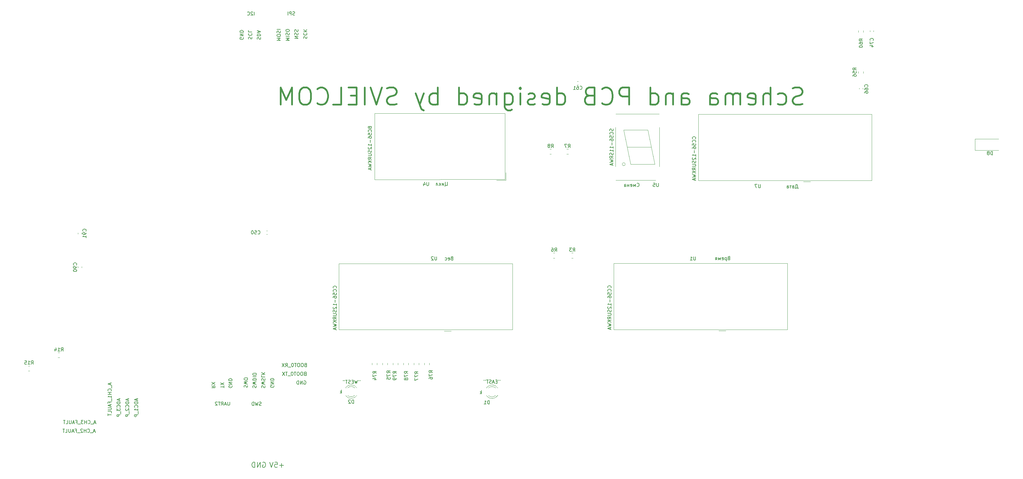
<source format=gbr>
%TF.GenerationSoftware,KiCad,Pcbnew,5.1.10-88a1d61d58~88~ubuntu20.04.1*%
%TF.CreationDate,2021-06-04T13:37:27+07:00*%
%TF.ProjectId,Schema_and_PCB,53636865-6d61-45f6-916e-645f5043422e,v0.1*%
%TF.SameCoordinates,Original*%
%TF.FileFunction,Legend,Bot*%
%TF.FilePolarity,Positive*%
%FSLAX46Y46*%
G04 Gerber Fmt 4.6, Leading zero omitted, Abs format (unit mm)*
G04 Created by KiCad (PCBNEW 5.1.10-88a1d61d58~88~ubuntu20.04.1) date 2021-06-04 13:37:27*
%MOMM*%
%LPD*%
G01*
G04 APERTURE LIST*
%ADD10C,0.150000*%
%ADD11C,0.500000*%
%ADD12C,0.120000*%
G04 APERTURE END LIST*
D10*
X137647419Y-82114828D02*
X138647419Y-82114828D01*
X137933133Y-81781495D01*
X138647419Y-81448161D01*
X137647419Y-81448161D01*
X138647419Y-80781495D02*
X138647419Y-80591019D01*
X138599800Y-80495780D01*
X138504561Y-80400542D01*
X138314085Y-80352923D01*
X137980752Y-80352923D01*
X137790276Y-80400542D01*
X137695038Y-80495780D01*
X137647419Y-80591019D01*
X137647419Y-80781495D01*
X137695038Y-80876733D01*
X137790276Y-80971971D01*
X137980752Y-81019590D01*
X138314085Y-81019590D01*
X138504561Y-80971971D01*
X138599800Y-80876733D01*
X138647419Y-80781495D01*
X137695038Y-79971971D02*
X137647419Y-79829114D01*
X137647419Y-79591019D01*
X137695038Y-79495780D01*
X137742657Y-79448161D01*
X137837895Y-79400542D01*
X137933133Y-79400542D01*
X138028371Y-79448161D01*
X138075990Y-79495780D01*
X138123609Y-79591019D01*
X138171228Y-79781495D01*
X138218847Y-79876733D01*
X138266466Y-79924352D01*
X138361704Y-79971971D01*
X138456942Y-79971971D01*
X138552180Y-79924352D01*
X138599800Y-79876733D01*
X138647419Y-79781495D01*
X138647419Y-79543400D01*
X138599800Y-79400542D01*
X137647419Y-78971971D02*
X138647419Y-78971971D01*
X140225519Y-82114828D02*
X141225519Y-82114828D01*
X140511233Y-81781495D01*
X141225519Y-81448161D01*
X140225519Y-81448161D01*
X140225519Y-80971971D02*
X141225519Y-80971971D01*
X140273138Y-80543400D02*
X140225519Y-80400542D01*
X140225519Y-80162447D01*
X140273138Y-80067209D01*
X140320757Y-80019590D01*
X140415995Y-79971971D01*
X140511233Y-79971971D01*
X140606471Y-80019590D01*
X140654090Y-80067209D01*
X140701709Y-80162447D01*
X140749328Y-80352923D01*
X140796947Y-80448161D01*
X140844566Y-80495780D01*
X140939804Y-80543400D01*
X141035042Y-80543400D01*
X141130280Y-80495780D01*
X141177900Y-80448161D01*
X141225519Y-80352923D01*
X141225519Y-80114828D01*
X141177900Y-79971971D01*
X141225519Y-79352923D02*
X141225519Y-79162447D01*
X141177900Y-79067209D01*
X141082661Y-78971971D01*
X140892185Y-78924352D01*
X140558852Y-78924352D01*
X140368376Y-78971971D01*
X140273138Y-79067209D01*
X140225519Y-79162447D01*
X140225519Y-79352923D01*
X140273138Y-79448161D01*
X140368376Y-79543400D01*
X140558852Y-79591019D01*
X140892185Y-79591019D01*
X141082661Y-79543400D01*
X141177900Y-79448161D01*
X141225519Y-79352923D01*
X142765519Y-81527495D02*
X143765519Y-81527495D01*
X142765519Y-80956066D01*
X143765519Y-80956066D01*
X142813138Y-80527495D02*
X142765519Y-80384638D01*
X142765519Y-80146542D01*
X142813138Y-80051304D01*
X142860757Y-80003685D01*
X142955995Y-79956066D01*
X143051233Y-79956066D01*
X143146471Y-80003685D01*
X143194090Y-80051304D01*
X143241709Y-80146542D01*
X143289328Y-80337019D01*
X143336947Y-80432257D01*
X143384566Y-80479876D01*
X143479804Y-80527495D01*
X143575042Y-80527495D01*
X143670280Y-80479876D01*
X143717900Y-80432257D01*
X143765519Y-80337019D01*
X143765519Y-80098923D01*
X143717900Y-79956066D01*
X142813138Y-79575114D02*
X142765519Y-79432257D01*
X142765519Y-79194161D01*
X142813138Y-79098923D01*
X142860757Y-79051304D01*
X142955995Y-79003685D01*
X143051233Y-79003685D01*
X143146471Y-79051304D01*
X143194090Y-79098923D01*
X143241709Y-79194161D01*
X143289328Y-79384638D01*
X143336947Y-79479876D01*
X143384566Y-79527495D01*
X143479804Y-79575114D01*
X143575042Y-79575114D01*
X143670280Y-79527495D01*
X143717900Y-79479876D01*
X143765519Y-79384638D01*
X143765519Y-79146542D01*
X143717900Y-79003685D01*
X145416638Y-81587814D02*
X145369019Y-81444957D01*
X145369019Y-81206861D01*
X145416638Y-81111623D01*
X145464257Y-81064004D01*
X145559495Y-81016385D01*
X145654733Y-81016385D01*
X145749971Y-81064004D01*
X145797590Y-81111623D01*
X145845209Y-81206861D01*
X145892828Y-81397338D01*
X145940447Y-81492576D01*
X145988066Y-81540195D01*
X146083304Y-81587814D01*
X146178542Y-81587814D01*
X146273780Y-81540195D01*
X146321400Y-81492576D01*
X146369019Y-81397338D01*
X146369019Y-81159242D01*
X146321400Y-81016385D01*
X145464257Y-80016385D02*
X145416638Y-80064004D01*
X145369019Y-80206861D01*
X145369019Y-80302100D01*
X145416638Y-80444957D01*
X145511876Y-80540195D01*
X145607114Y-80587814D01*
X145797590Y-80635433D01*
X145940447Y-80635433D01*
X146130923Y-80587814D01*
X146226161Y-80540195D01*
X146321400Y-80444957D01*
X146369019Y-80302100D01*
X146369019Y-80206861D01*
X146321400Y-80064004D01*
X146273780Y-80016385D01*
X145369019Y-79587814D02*
X146369019Y-79587814D01*
X145369019Y-79016385D02*
X145940447Y-79444957D01*
X146369019Y-79016385D02*
X145797590Y-79587814D01*
X131929238Y-81833885D02*
X131881619Y-81691028D01*
X131881619Y-81452933D01*
X131929238Y-81357695D01*
X131976857Y-81310076D01*
X132072095Y-81262457D01*
X132167333Y-81262457D01*
X132262571Y-81310076D01*
X132310190Y-81357695D01*
X132357809Y-81452933D01*
X132405428Y-81643409D01*
X132453047Y-81738647D01*
X132500666Y-81786266D01*
X132595904Y-81833885D01*
X132691142Y-81833885D01*
X132786380Y-81786266D01*
X132834000Y-81738647D01*
X132881619Y-81643409D01*
X132881619Y-81405314D01*
X132834000Y-81262457D01*
X131881619Y-80833885D02*
X132881619Y-80833885D01*
X132881619Y-80595790D01*
X132834000Y-80452933D01*
X132738761Y-80357695D01*
X132643523Y-80310076D01*
X132453047Y-80262457D01*
X132310190Y-80262457D01*
X132119714Y-80310076D01*
X132024476Y-80357695D01*
X131929238Y-80452933D01*
X131881619Y-80595790D01*
X131881619Y-80833885D01*
X132167333Y-79881504D02*
X132167333Y-79405314D01*
X131881619Y-79976742D02*
X132881619Y-79643409D01*
X131881619Y-79310076D01*
X129401938Y-81708476D02*
X129354319Y-81565619D01*
X129354319Y-81327523D01*
X129401938Y-81232285D01*
X129449557Y-81184666D01*
X129544795Y-81137047D01*
X129640033Y-81137047D01*
X129735271Y-81184666D01*
X129782890Y-81232285D01*
X129830509Y-81327523D01*
X129878128Y-81518000D01*
X129925747Y-81613238D01*
X129973366Y-81660857D01*
X130068604Y-81708476D01*
X130163842Y-81708476D01*
X130259080Y-81660857D01*
X130306700Y-81613238D01*
X130354319Y-81518000D01*
X130354319Y-81279904D01*
X130306700Y-81137047D01*
X129449557Y-80137047D02*
X129401938Y-80184666D01*
X129354319Y-80327523D01*
X129354319Y-80422761D01*
X129401938Y-80565619D01*
X129497176Y-80660857D01*
X129592414Y-80708476D01*
X129782890Y-80756095D01*
X129925747Y-80756095D01*
X130116223Y-80708476D01*
X130211461Y-80660857D01*
X130306700Y-80565619D01*
X130354319Y-80422761D01*
X130354319Y-80327523D01*
X130306700Y-80184666D01*
X130259080Y-80137047D01*
X129354319Y-79232285D02*
X129354319Y-79708476D01*
X130354319Y-79708476D01*
X127792100Y-81318004D02*
X127839719Y-81413242D01*
X127839719Y-81556100D01*
X127792100Y-81698957D01*
X127696861Y-81794195D01*
X127601623Y-81841814D01*
X127411147Y-81889433D01*
X127268290Y-81889433D01*
X127077814Y-81841814D01*
X126982576Y-81794195D01*
X126887338Y-81698957D01*
X126839719Y-81556100D01*
X126839719Y-81460861D01*
X126887338Y-81318004D01*
X126934957Y-81270385D01*
X127268290Y-81270385D01*
X127268290Y-81460861D01*
X126839719Y-80841814D02*
X127839719Y-80841814D01*
X126839719Y-80270385D01*
X127839719Y-80270385D01*
X126839719Y-79794195D02*
X127839719Y-79794195D01*
X127839719Y-79556100D01*
X127792100Y-79413242D01*
X127696861Y-79318004D01*
X127601623Y-79270385D01*
X127411147Y-79222766D01*
X127268290Y-79222766D01*
X127077814Y-79270385D01*
X126982576Y-79318004D01*
X126887338Y-79413242D01*
X126839719Y-79556100D01*
X126839719Y-79794195D01*
X142793909Y-74750561D02*
X142651052Y-74798180D01*
X142412957Y-74798180D01*
X142317719Y-74750561D01*
X142270100Y-74702942D01*
X142222480Y-74607704D01*
X142222480Y-74512466D01*
X142270100Y-74417228D01*
X142317719Y-74369609D01*
X142412957Y-74321990D01*
X142603433Y-74274371D01*
X142698671Y-74226752D01*
X142746290Y-74179133D01*
X142793909Y-74083895D01*
X142793909Y-73988657D01*
X142746290Y-73893419D01*
X142698671Y-73845800D01*
X142603433Y-73798180D01*
X142365338Y-73798180D01*
X142222480Y-73845800D01*
X141793909Y-74798180D02*
X141793909Y-73798180D01*
X141412957Y-73798180D01*
X141317719Y-73845800D01*
X141270100Y-73893419D01*
X141222480Y-73988657D01*
X141222480Y-74131514D01*
X141270100Y-74226752D01*
X141317719Y-74274371D01*
X141412957Y-74321990D01*
X141793909Y-74321990D01*
X140793909Y-74798180D02*
X140793909Y-73798180D01*
X131024190Y-74823580D02*
X131024190Y-73823580D01*
X130595619Y-73918819D02*
X130548000Y-73871200D01*
X130452761Y-73823580D01*
X130214666Y-73823580D01*
X130119428Y-73871200D01*
X130071809Y-73918819D01*
X130024190Y-74014057D01*
X130024190Y-74109295D01*
X130071809Y-74252152D01*
X130643238Y-74823580D01*
X130024190Y-74823580D01*
X129024190Y-74728342D02*
X129071809Y-74775961D01*
X129214666Y-74823580D01*
X129309904Y-74823580D01*
X129452761Y-74775961D01*
X129548000Y-74680723D01*
X129595619Y-74585485D01*
X129643238Y-74395009D01*
X129643238Y-74252152D01*
X129595619Y-74061676D01*
X129548000Y-73966438D01*
X129452761Y-73871200D01*
X129309904Y-73823580D01*
X129214666Y-73823580D01*
X129071809Y-73871200D01*
X129024190Y-73918819D01*
X145913076Y-176674471D02*
X145770219Y-176722090D01*
X145722600Y-176769709D01*
X145674980Y-176864947D01*
X145674980Y-177007804D01*
X145722600Y-177103042D01*
X145770219Y-177150661D01*
X145865457Y-177198280D01*
X146246409Y-177198280D01*
X146246409Y-176198280D01*
X145913076Y-176198280D01*
X145817838Y-176245900D01*
X145770219Y-176293519D01*
X145722600Y-176388757D01*
X145722600Y-176483995D01*
X145770219Y-176579233D01*
X145817838Y-176626852D01*
X145913076Y-176674471D01*
X146246409Y-176674471D01*
X145055933Y-176198280D02*
X144865457Y-176198280D01*
X144770219Y-176245900D01*
X144674980Y-176341138D01*
X144627361Y-176531614D01*
X144627361Y-176864947D01*
X144674980Y-177055423D01*
X144770219Y-177150661D01*
X144865457Y-177198280D01*
X145055933Y-177198280D01*
X145151171Y-177150661D01*
X145246409Y-177055423D01*
X145294028Y-176864947D01*
X145294028Y-176531614D01*
X145246409Y-176341138D01*
X145151171Y-176245900D01*
X145055933Y-176198280D01*
X144008314Y-176198280D02*
X143817838Y-176198280D01*
X143722600Y-176245900D01*
X143627361Y-176341138D01*
X143579742Y-176531614D01*
X143579742Y-176864947D01*
X143627361Y-177055423D01*
X143722600Y-177150661D01*
X143817838Y-177198280D01*
X144008314Y-177198280D01*
X144103552Y-177150661D01*
X144198790Y-177055423D01*
X144246409Y-176864947D01*
X144246409Y-176531614D01*
X144198790Y-176341138D01*
X144103552Y-176245900D01*
X144008314Y-176198280D01*
X143294028Y-176198280D02*
X142722600Y-176198280D01*
X143008314Y-177198280D02*
X143008314Y-176198280D01*
X142198790Y-176198280D02*
X142103552Y-176198280D01*
X142008314Y-176245900D01*
X141960695Y-176293519D01*
X141913076Y-176388757D01*
X141865457Y-176579233D01*
X141865457Y-176817328D01*
X141913076Y-177007804D01*
X141960695Y-177103042D01*
X142008314Y-177150661D01*
X142103552Y-177198280D01*
X142198790Y-177198280D01*
X142294028Y-177150661D01*
X142341647Y-177103042D01*
X142389266Y-177007804D01*
X142436885Y-176817328D01*
X142436885Y-176579233D01*
X142389266Y-176388757D01*
X142341647Y-176293519D01*
X142294028Y-176245900D01*
X142198790Y-176198280D01*
X141674980Y-177293519D02*
X140913076Y-177293519D01*
X140103552Y-177198280D02*
X140436885Y-176722090D01*
X140674980Y-177198280D02*
X140674980Y-176198280D01*
X140294028Y-176198280D01*
X140198790Y-176245900D01*
X140151171Y-176293519D01*
X140103552Y-176388757D01*
X140103552Y-176531614D01*
X140151171Y-176626852D01*
X140198790Y-176674471D01*
X140294028Y-176722090D01*
X140674980Y-176722090D01*
X139770219Y-176198280D02*
X139103552Y-177198280D01*
X139103552Y-176198280D02*
X139770219Y-177198280D01*
X145794028Y-179227171D02*
X145651171Y-179274790D01*
X145603552Y-179322409D01*
X145555933Y-179417647D01*
X145555933Y-179560504D01*
X145603552Y-179655742D01*
X145651171Y-179703361D01*
X145746409Y-179750980D01*
X146127361Y-179750980D01*
X146127361Y-178750980D01*
X145794028Y-178750980D01*
X145698790Y-178798600D01*
X145651171Y-178846219D01*
X145603552Y-178941457D01*
X145603552Y-179036695D01*
X145651171Y-179131933D01*
X145698790Y-179179552D01*
X145794028Y-179227171D01*
X146127361Y-179227171D01*
X144936885Y-178750980D02*
X144746409Y-178750980D01*
X144651171Y-178798600D01*
X144555933Y-178893838D01*
X144508314Y-179084314D01*
X144508314Y-179417647D01*
X144555933Y-179608123D01*
X144651171Y-179703361D01*
X144746409Y-179750980D01*
X144936885Y-179750980D01*
X145032123Y-179703361D01*
X145127361Y-179608123D01*
X145174980Y-179417647D01*
X145174980Y-179084314D01*
X145127361Y-178893838D01*
X145032123Y-178798600D01*
X144936885Y-178750980D01*
X143889266Y-178750980D02*
X143698790Y-178750980D01*
X143603552Y-178798600D01*
X143508314Y-178893838D01*
X143460695Y-179084314D01*
X143460695Y-179417647D01*
X143508314Y-179608123D01*
X143603552Y-179703361D01*
X143698790Y-179750980D01*
X143889266Y-179750980D01*
X143984504Y-179703361D01*
X144079742Y-179608123D01*
X144127361Y-179417647D01*
X144127361Y-179084314D01*
X144079742Y-178893838D01*
X143984504Y-178798600D01*
X143889266Y-178750980D01*
X143174980Y-178750980D02*
X142603552Y-178750980D01*
X142889266Y-179750980D02*
X142889266Y-178750980D01*
X142079742Y-178750980D02*
X141984504Y-178750980D01*
X141889266Y-178798600D01*
X141841647Y-178846219D01*
X141794028Y-178941457D01*
X141746409Y-179131933D01*
X141746409Y-179370028D01*
X141794028Y-179560504D01*
X141841647Y-179655742D01*
X141889266Y-179703361D01*
X141984504Y-179750980D01*
X142079742Y-179750980D01*
X142174980Y-179703361D01*
X142222600Y-179655742D01*
X142270219Y-179560504D01*
X142317838Y-179370028D01*
X142317838Y-179131933D01*
X142270219Y-178941457D01*
X142222600Y-178846219D01*
X142174980Y-178798600D01*
X142079742Y-178750980D01*
X141555933Y-179846219D02*
X140794028Y-179846219D01*
X140698790Y-178750980D02*
X140127361Y-178750980D01*
X140413076Y-179750980D02*
X140413076Y-178750980D01*
X139889266Y-178750980D02*
X139222600Y-179750980D01*
X139222600Y-178750980D02*
X139889266Y-179750980D01*
X145491104Y-181376700D02*
X145586342Y-181329080D01*
X145729200Y-181329080D01*
X145872057Y-181376700D01*
X145967295Y-181471938D01*
X146014914Y-181567176D01*
X146062533Y-181757652D01*
X146062533Y-181900509D01*
X146014914Y-182090985D01*
X145967295Y-182186223D01*
X145872057Y-182281461D01*
X145729200Y-182329080D01*
X145633961Y-182329080D01*
X145491104Y-182281461D01*
X145443485Y-182233842D01*
X145443485Y-181900509D01*
X145633961Y-181900509D01*
X145014914Y-182329080D02*
X145014914Y-181329080D01*
X144443485Y-182329080D01*
X144443485Y-181329080D01*
X143967295Y-182329080D02*
X143967295Y-181329080D01*
X143729200Y-181329080D01*
X143586342Y-181376700D01*
X143491104Y-181471938D01*
X143443485Y-181567176D01*
X143395866Y-181757652D01*
X143395866Y-181900509D01*
X143443485Y-182090985D01*
X143491104Y-182186223D01*
X143586342Y-182281461D01*
X143729200Y-182329080D01*
X143967295Y-182329080D01*
X118610119Y-182741866D02*
X119086309Y-183075200D01*
X118610119Y-183313295D02*
X119610119Y-183313295D01*
X119610119Y-182932342D01*
X119562500Y-182837104D01*
X119514880Y-182789485D01*
X119419642Y-182741866D01*
X119276785Y-182741866D01*
X119181547Y-182789485D01*
X119133928Y-182837104D01*
X119086309Y-182932342D01*
X119086309Y-183313295D01*
X119610119Y-182408533D02*
X118610119Y-181741866D01*
X119610119Y-181741866D02*
X118610119Y-182408533D01*
X122162819Y-183337104D02*
X122162819Y-182765676D01*
X121162819Y-183051390D02*
X122162819Y-183051390D01*
X122162819Y-182527580D02*
X121162819Y-181860914D01*
X122162819Y-181860914D02*
X121162819Y-182527580D01*
X124515500Y-182752904D02*
X124563119Y-182848142D01*
X124563119Y-182991000D01*
X124515500Y-183133857D01*
X124420261Y-183229095D01*
X124325023Y-183276714D01*
X124134547Y-183324333D01*
X123991690Y-183324333D01*
X123801214Y-183276714D01*
X123705976Y-183229095D01*
X123610738Y-183133857D01*
X123563119Y-182991000D01*
X123563119Y-182895761D01*
X123610738Y-182752904D01*
X123658357Y-182705285D01*
X123991690Y-182705285D01*
X123991690Y-182895761D01*
X123563119Y-182276714D02*
X124563119Y-182276714D01*
X123563119Y-181705285D01*
X124563119Y-181705285D01*
X123563119Y-181229095D02*
X124563119Y-181229095D01*
X124563119Y-180991000D01*
X124515500Y-180848142D01*
X124420261Y-180752904D01*
X124325023Y-180705285D01*
X124134547Y-180657666D01*
X123991690Y-180657666D01*
X123801214Y-180705285D01*
X123705976Y-180752904D01*
X123610738Y-180848142D01*
X123563119Y-180991000D01*
X123563119Y-181229095D01*
X123864428Y-187450480D02*
X123864428Y-188260004D01*
X123816809Y-188355242D01*
X123769190Y-188402861D01*
X123673952Y-188450480D01*
X123483476Y-188450480D01*
X123388238Y-188402861D01*
X123340619Y-188355242D01*
X123293000Y-188260004D01*
X123293000Y-187450480D01*
X122864428Y-188164766D02*
X122388238Y-188164766D01*
X122959666Y-188450480D02*
X122626333Y-187450480D01*
X122293000Y-188450480D01*
X121388238Y-188450480D02*
X121721571Y-187974290D01*
X121959666Y-188450480D02*
X121959666Y-187450480D01*
X121578714Y-187450480D01*
X121483476Y-187498100D01*
X121435857Y-187545719D01*
X121388238Y-187640957D01*
X121388238Y-187783814D01*
X121435857Y-187879052D01*
X121483476Y-187926671D01*
X121578714Y-187974290D01*
X121959666Y-187974290D01*
X121102523Y-187450480D02*
X120531095Y-187450480D01*
X120816809Y-188450480D02*
X120816809Y-187450480D01*
X120245380Y-187545719D02*
X120197761Y-187498100D01*
X120102523Y-187450480D01*
X119864428Y-187450480D01*
X119769190Y-187498100D01*
X119721571Y-187545719D01*
X119673952Y-187640957D01*
X119673952Y-187736195D01*
X119721571Y-187879052D01*
X120293000Y-188450480D01*
X119673952Y-188450480D01*
X133043442Y-188466361D02*
X132900585Y-188513980D01*
X132662490Y-188513980D01*
X132567252Y-188466361D01*
X132519633Y-188418742D01*
X132472014Y-188323504D01*
X132472014Y-188228266D01*
X132519633Y-188133028D01*
X132567252Y-188085409D01*
X132662490Y-188037790D01*
X132852966Y-187990171D01*
X132948204Y-187942552D01*
X132995823Y-187894933D01*
X133043442Y-187799695D01*
X133043442Y-187704457D01*
X132995823Y-187609219D01*
X132948204Y-187561600D01*
X132852966Y-187513980D01*
X132614871Y-187513980D01*
X132472014Y-187561600D01*
X132138680Y-187513980D02*
X131900585Y-188513980D01*
X131710109Y-187799695D01*
X131519633Y-188513980D01*
X131281538Y-187513980D01*
X130900585Y-188513980D02*
X130900585Y-187513980D01*
X130662490Y-187513980D01*
X130519633Y-187561600D01*
X130424395Y-187656838D01*
X130376776Y-187752076D01*
X130329157Y-187942552D01*
X130329157Y-188085409D01*
X130376776Y-188275885D01*
X130424395Y-188371123D01*
X130519633Y-188466361D01*
X130662490Y-188513980D01*
X130900585Y-188513980D01*
X128131938Y-183194152D02*
X128084319Y-183051295D01*
X128084319Y-182813200D01*
X128131938Y-182717961D01*
X128179557Y-182670342D01*
X128274795Y-182622723D01*
X128370033Y-182622723D01*
X128465271Y-182670342D01*
X128512890Y-182717961D01*
X128560509Y-182813200D01*
X128608128Y-183003676D01*
X128655747Y-183098914D01*
X128703366Y-183146533D01*
X128798604Y-183194152D01*
X128893842Y-183194152D01*
X128989080Y-183146533D01*
X129036700Y-183098914D01*
X129084319Y-183003676D01*
X129084319Y-182765580D01*
X129036700Y-182622723D01*
X129084319Y-182289390D02*
X128084319Y-182051295D01*
X128798604Y-181860819D01*
X128084319Y-181670342D01*
X129084319Y-181432247D01*
X129084319Y-180860819D02*
X129084319Y-180670342D01*
X129036700Y-180575104D01*
X128941461Y-180479866D01*
X128750985Y-180432247D01*
X128417652Y-180432247D01*
X128227176Y-180479866D01*
X128131938Y-180575104D01*
X128084319Y-180670342D01*
X128084319Y-180860819D01*
X128131938Y-180956057D01*
X128227176Y-181051295D01*
X128417652Y-181098914D01*
X128750985Y-181098914D01*
X128941461Y-181051295D01*
X129036700Y-180956057D01*
X129084319Y-180860819D01*
X130671938Y-183297247D02*
X130624319Y-183154390D01*
X130624319Y-182916295D01*
X130671938Y-182821057D01*
X130719557Y-182773438D01*
X130814795Y-182725819D01*
X130910033Y-182725819D01*
X131005271Y-182773438D01*
X131052890Y-182821057D01*
X131100509Y-182916295D01*
X131148128Y-183106771D01*
X131195747Y-183202009D01*
X131243366Y-183249628D01*
X131338604Y-183297247D01*
X131433842Y-183297247D01*
X131529080Y-183249628D01*
X131576700Y-183202009D01*
X131624319Y-183106771D01*
X131624319Y-182868676D01*
X131576700Y-182725819D01*
X131624319Y-182392485D02*
X130624319Y-182154390D01*
X131338604Y-181963914D01*
X130624319Y-181773438D01*
X131624319Y-181535342D01*
X130624319Y-181154390D02*
X131624319Y-181154390D01*
X131624319Y-180916295D01*
X131576700Y-180773438D01*
X131481461Y-180678200D01*
X131386223Y-180630580D01*
X131195747Y-180582961D01*
X131052890Y-180582961D01*
X130862414Y-180630580D01*
X130767176Y-180678200D01*
X130671938Y-180773438D01*
X130624319Y-180916295D01*
X130624319Y-181154390D01*
X130624319Y-180154390D02*
X131624319Y-180154390D01*
X131624319Y-179487723D02*
X131624319Y-179297247D01*
X131576700Y-179202009D01*
X131481461Y-179106771D01*
X131290985Y-179059152D01*
X130957652Y-179059152D01*
X130767176Y-179106771D01*
X130671938Y-179202009D01*
X130624319Y-179297247D01*
X130624319Y-179487723D01*
X130671938Y-179582961D01*
X130767176Y-179678200D01*
X130957652Y-179725819D01*
X131290985Y-179725819D01*
X131481461Y-179678200D01*
X131576700Y-179582961D01*
X131624319Y-179487723D01*
X133199238Y-183301995D02*
X133151619Y-183159138D01*
X133151619Y-182921042D01*
X133199238Y-182825804D01*
X133246857Y-182778185D01*
X133342095Y-182730566D01*
X133437333Y-182730566D01*
X133532571Y-182778185D01*
X133580190Y-182825804D01*
X133627809Y-182921042D01*
X133675428Y-183111519D01*
X133723047Y-183206757D01*
X133770666Y-183254376D01*
X133865904Y-183301995D01*
X133961142Y-183301995D01*
X134056380Y-183254376D01*
X134104000Y-183206757D01*
X134151619Y-183111519D01*
X134151619Y-182873423D01*
X134104000Y-182730566D01*
X134151619Y-182397233D02*
X133151619Y-182159138D01*
X133865904Y-181968661D01*
X133151619Y-181778185D01*
X134151619Y-181540090D01*
X133199238Y-181206757D02*
X133151619Y-181063900D01*
X133151619Y-180825804D01*
X133199238Y-180730566D01*
X133246857Y-180682947D01*
X133342095Y-180635328D01*
X133437333Y-180635328D01*
X133532571Y-180682947D01*
X133580190Y-180730566D01*
X133627809Y-180825804D01*
X133675428Y-181016280D01*
X133723047Y-181111519D01*
X133770666Y-181159138D01*
X133865904Y-181206757D01*
X133961142Y-181206757D01*
X134056380Y-181159138D01*
X134104000Y-181111519D01*
X134151619Y-181016280D01*
X134151619Y-180778185D01*
X134104000Y-180635328D01*
X133151619Y-179730566D02*
X133151619Y-180206757D01*
X134151619Y-180206757D01*
X133151619Y-179397233D02*
X134151619Y-179397233D01*
X133151619Y-178825804D02*
X133723047Y-179254376D01*
X134151619Y-178825804D02*
X133580190Y-179397233D01*
X136682100Y-182689404D02*
X136729719Y-182784642D01*
X136729719Y-182927500D01*
X136682100Y-183070357D01*
X136586861Y-183165595D01*
X136491623Y-183213214D01*
X136301147Y-183260833D01*
X136158290Y-183260833D01*
X135967814Y-183213214D01*
X135872576Y-183165595D01*
X135777338Y-183070357D01*
X135729719Y-182927500D01*
X135729719Y-182832261D01*
X135777338Y-182689404D01*
X135824957Y-182641785D01*
X136158290Y-182641785D01*
X136158290Y-182832261D01*
X135729719Y-182213214D02*
X136729719Y-182213214D01*
X135729719Y-181641785D01*
X136729719Y-181641785D01*
X135729719Y-181165595D02*
X136729719Y-181165595D01*
X136729719Y-180927500D01*
X136682100Y-180784642D01*
X136586861Y-180689404D01*
X136491623Y-180641785D01*
X136301147Y-180594166D01*
X136158290Y-180594166D01*
X135967814Y-180641785D01*
X135872576Y-180689404D01*
X135777338Y-180784642D01*
X135729719Y-180927500D01*
X135729719Y-181165595D01*
X156414766Y-184932580D02*
X156414766Y-183932580D01*
X156319528Y-184551628D02*
X156033814Y-184932580D01*
X156033814Y-184265914D02*
X156414766Y-184646866D01*
X197143666Y-185123080D02*
X197143666Y-184123080D01*
X197048428Y-184742128D02*
X196762714Y-185123080D01*
X196762714Y-184456414D02*
X197143666Y-184837366D01*
D11*
X290587128Y-100664709D02*
X289872842Y-100902804D01*
X288682366Y-100902804D01*
X288206176Y-100664709D01*
X287968080Y-100426614D01*
X287729985Y-99950423D01*
X287729985Y-99474233D01*
X287968080Y-98998042D01*
X288206176Y-98759947D01*
X288682366Y-98521852D01*
X289634747Y-98283757D01*
X290110938Y-98045661D01*
X290349033Y-97807566D01*
X290587128Y-97331376D01*
X290587128Y-96855185D01*
X290349033Y-96378995D01*
X290110938Y-96140900D01*
X289634747Y-95902804D01*
X288444271Y-95902804D01*
X287729985Y-96140900D01*
X283444271Y-100664709D02*
X283920461Y-100902804D01*
X284872842Y-100902804D01*
X285349033Y-100664709D01*
X285587128Y-100426614D01*
X285825223Y-99950423D01*
X285825223Y-98521852D01*
X285587128Y-98045661D01*
X285349033Y-97807566D01*
X284872842Y-97569471D01*
X283920461Y-97569471D01*
X283444271Y-97807566D01*
X281301414Y-100902804D02*
X281301414Y-95902804D01*
X279158557Y-100902804D02*
X279158557Y-98283757D01*
X279396652Y-97807566D01*
X279872842Y-97569471D01*
X280587128Y-97569471D01*
X281063319Y-97807566D01*
X281301414Y-98045661D01*
X274872842Y-100664709D02*
X275349033Y-100902804D01*
X276301414Y-100902804D01*
X276777604Y-100664709D01*
X277015700Y-100188519D01*
X277015700Y-98283757D01*
X276777604Y-97807566D01*
X276301414Y-97569471D01*
X275349033Y-97569471D01*
X274872842Y-97807566D01*
X274634747Y-98283757D01*
X274634747Y-98759947D01*
X277015700Y-99236138D01*
X272491890Y-100902804D02*
X272491890Y-97569471D01*
X272491890Y-98045661D02*
X272253795Y-97807566D01*
X271777604Y-97569471D01*
X271063319Y-97569471D01*
X270587128Y-97807566D01*
X270349033Y-98283757D01*
X270349033Y-100902804D01*
X270349033Y-98283757D02*
X270110938Y-97807566D01*
X269634747Y-97569471D01*
X268920461Y-97569471D01*
X268444271Y-97807566D01*
X268206176Y-98283757D01*
X268206176Y-100902804D01*
X263682366Y-100902804D02*
X263682366Y-98283757D01*
X263920461Y-97807566D01*
X264396652Y-97569471D01*
X265349033Y-97569471D01*
X265825223Y-97807566D01*
X263682366Y-100664709D02*
X264158557Y-100902804D01*
X265349033Y-100902804D01*
X265825223Y-100664709D01*
X266063319Y-100188519D01*
X266063319Y-99712328D01*
X265825223Y-99236138D01*
X265349033Y-98998042D01*
X264158557Y-98998042D01*
X263682366Y-98759947D01*
X255349033Y-100902804D02*
X255349033Y-98283757D01*
X255587128Y-97807566D01*
X256063319Y-97569471D01*
X257015700Y-97569471D01*
X257491890Y-97807566D01*
X255349033Y-100664709D02*
X255825223Y-100902804D01*
X257015700Y-100902804D01*
X257491890Y-100664709D01*
X257729985Y-100188519D01*
X257729985Y-99712328D01*
X257491890Y-99236138D01*
X257015700Y-98998042D01*
X255825223Y-98998042D01*
X255349033Y-98759947D01*
X252968080Y-97569471D02*
X252968080Y-100902804D01*
X252968080Y-98045661D02*
X252729985Y-97807566D01*
X252253795Y-97569471D01*
X251539509Y-97569471D01*
X251063319Y-97807566D01*
X250825223Y-98283757D01*
X250825223Y-100902804D01*
X246301414Y-100902804D02*
X246301414Y-95902804D01*
X246301414Y-100664709D02*
X246777604Y-100902804D01*
X247729985Y-100902804D01*
X248206176Y-100664709D01*
X248444271Y-100426614D01*
X248682366Y-99950423D01*
X248682366Y-98521852D01*
X248444271Y-98045661D01*
X248206176Y-97807566D01*
X247729985Y-97569471D01*
X246777604Y-97569471D01*
X246301414Y-97807566D01*
X240110938Y-100902804D02*
X240110938Y-95902804D01*
X238206176Y-95902804D01*
X237729985Y-96140900D01*
X237491890Y-96378995D01*
X237253795Y-96855185D01*
X237253795Y-97569471D01*
X237491890Y-98045661D01*
X237729985Y-98283757D01*
X238206176Y-98521852D01*
X240110938Y-98521852D01*
X232253795Y-100426614D02*
X232491890Y-100664709D01*
X233206176Y-100902804D01*
X233682366Y-100902804D01*
X234396652Y-100664709D01*
X234872842Y-100188519D01*
X235110938Y-99712328D01*
X235349033Y-98759947D01*
X235349033Y-98045661D01*
X235110938Y-97093280D01*
X234872842Y-96617090D01*
X234396652Y-96140900D01*
X233682366Y-95902804D01*
X233206176Y-95902804D01*
X232491890Y-96140900D01*
X232253795Y-96378995D01*
X228444271Y-98283757D02*
X227729985Y-98521852D01*
X227491890Y-98759947D01*
X227253795Y-99236138D01*
X227253795Y-99950423D01*
X227491890Y-100426614D01*
X227729985Y-100664709D01*
X228206176Y-100902804D01*
X230110938Y-100902804D01*
X230110938Y-95902804D01*
X228444271Y-95902804D01*
X227968080Y-96140900D01*
X227729985Y-96378995D01*
X227491890Y-96855185D01*
X227491890Y-97331376D01*
X227729985Y-97807566D01*
X227968080Y-98045661D01*
X228444271Y-98283757D01*
X230110938Y-98283757D01*
X219158557Y-100902804D02*
X219158557Y-95902804D01*
X219158557Y-100664709D02*
X219634747Y-100902804D01*
X220587128Y-100902804D01*
X221063319Y-100664709D01*
X221301414Y-100426614D01*
X221539509Y-99950423D01*
X221539509Y-98521852D01*
X221301414Y-98045661D01*
X221063319Y-97807566D01*
X220587128Y-97569471D01*
X219634747Y-97569471D01*
X219158557Y-97807566D01*
X214872842Y-100664709D02*
X215349033Y-100902804D01*
X216301414Y-100902804D01*
X216777604Y-100664709D01*
X217015700Y-100188519D01*
X217015700Y-98283757D01*
X216777604Y-97807566D01*
X216301414Y-97569471D01*
X215349033Y-97569471D01*
X214872842Y-97807566D01*
X214634747Y-98283757D01*
X214634747Y-98759947D01*
X217015700Y-99236138D01*
X212729985Y-100664709D02*
X212253795Y-100902804D01*
X211301414Y-100902804D01*
X210825223Y-100664709D01*
X210587128Y-100188519D01*
X210587128Y-99950423D01*
X210825223Y-99474233D01*
X211301414Y-99236138D01*
X212015700Y-99236138D01*
X212491890Y-98998042D01*
X212729985Y-98521852D01*
X212729985Y-98283757D01*
X212491890Y-97807566D01*
X212015700Y-97569471D01*
X211301414Y-97569471D01*
X210825223Y-97807566D01*
X208444271Y-100902804D02*
X208444271Y-97569471D01*
X208444271Y-95902804D02*
X208682366Y-96140900D01*
X208444271Y-96378995D01*
X208206176Y-96140900D01*
X208444271Y-95902804D01*
X208444271Y-96378995D01*
X203920461Y-97569471D02*
X203920461Y-101617090D01*
X204158557Y-102093280D01*
X204396652Y-102331376D01*
X204872842Y-102569471D01*
X205587128Y-102569471D01*
X206063319Y-102331376D01*
X203920461Y-100664709D02*
X204396652Y-100902804D01*
X205349033Y-100902804D01*
X205825223Y-100664709D01*
X206063319Y-100426614D01*
X206301414Y-99950423D01*
X206301414Y-98521852D01*
X206063319Y-98045661D01*
X205825223Y-97807566D01*
X205349033Y-97569471D01*
X204396652Y-97569471D01*
X203920461Y-97807566D01*
X201539509Y-97569471D02*
X201539509Y-100902804D01*
X201539509Y-98045661D02*
X201301414Y-97807566D01*
X200825223Y-97569471D01*
X200110938Y-97569471D01*
X199634747Y-97807566D01*
X199396652Y-98283757D01*
X199396652Y-100902804D01*
X195110938Y-100664709D02*
X195587128Y-100902804D01*
X196539509Y-100902804D01*
X197015700Y-100664709D01*
X197253795Y-100188519D01*
X197253795Y-98283757D01*
X197015700Y-97807566D01*
X196539509Y-97569471D01*
X195587128Y-97569471D01*
X195110938Y-97807566D01*
X194872842Y-98283757D01*
X194872842Y-98759947D01*
X197253795Y-99236138D01*
X190587128Y-100902804D02*
X190587128Y-95902804D01*
X190587128Y-100664709D02*
X191063319Y-100902804D01*
X192015700Y-100902804D01*
X192491890Y-100664709D01*
X192729985Y-100426614D01*
X192968080Y-99950423D01*
X192968080Y-98521852D01*
X192729985Y-98045661D01*
X192491890Y-97807566D01*
X192015700Y-97569471D01*
X191063319Y-97569471D01*
X190587128Y-97807566D01*
X184396652Y-100902804D02*
X184396652Y-95902804D01*
X184396652Y-97807566D02*
X183920461Y-97569471D01*
X182968080Y-97569471D01*
X182491890Y-97807566D01*
X182253795Y-98045661D01*
X182015700Y-98521852D01*
X182015700Y-99950423D01*
X182253795Y-100426614D01*
X182491890Y-100664709D01*
X182968080Y-100902804D01*
X183920461Y-100902804D01*
X184396652Y-100664709D01*
X180349033Y-97569471D02*
X179158557Y-100902804D01*
X177968080Y-97569471D02*
X179158557Y-100902804D01*
X179634747Y-102093280D01*
X179872842Y-102331376D01*
X180349033Y-102569471D01*
X172491890Y-100664709D02*
X171777604Y-100902804D01*
X170587128Y-100902804D01*
X170110938Y-100664709D01*
X169872842Y-100426614D01*
X169634747Y-99950423D01*
X169634747Y-99474233D01*
X169872842Y-98998042D01*
X170110938Y-98759947D01*
X170587128Y-98521852D01*
X171539509Y-98283757D01*
X172015700Y-98045661D01*
X172253795Y-97807566D01*
X172491890Y-97331376D01*
X172491890Y-96855185D01*
X172253795Y-96378995D01*
X172015700Y-96140900D01*
X171539509Y-95902804D01*
X170349033Y-95902804D01*
X169634747Y-96140900D01*
X168206176Y-95902804D02*
X166539509Y-100902804D01*
X164872842Y-95902804D01*
X163206176Y-100902804D02*
X163206176Y-95902804D01*
X160825223Y-98283757D02*
X159158557Y-98283757D01*
X158444271Y-100902804D02*
X160825223Y-100902804D01*
X160825223Y-95902804D01*
X158444271Y-95902804D01*
X153920461Y-100902804D02*
X156301414Y-100902804D01*
X156301414Y-95902804D01*
X149396652Y-100426614D02*
X149634747Y-100664709D01*
X150349033Y-100902804D01*
X150825223Y-100902804D01*
X151539509Y-100664709D01*
X152015700Y-100188519D01*
X152253795Y-99712328D01*
X152491890Y-98759947D01*
X152491890Y-98045661D01*
X152253795Y-97093280D01*
X152015700Y-96617090D01*
X151539509Y-96140900D01*
X150825223Y-95902804D01*
X150349033Y-95902804D01*
X149634747Y-96140900D01*
X149396652Y-96378995D01*
X146301414Y-95902804D02*
X145349033Y-95902804D01*
X144872842Y-96140900D01*
X144396652Y-96617090D01*
X144158557Y-97569471D01*
X144158557Y-99236138D01*
X144396652Y-100188519D01*
X144872842Y-100664709D01*
X145349033Y-100902804D01*
X146301414Y-100902804D01*
X146777604Y-100664709D01*
X147253795Y-100188519D01*
X147491890Y-99236138D01*
X147491890Y-97569471D01*
X147253795Y-96617090D01*
X146777604Y-96140900D01*
X146301414Y-95902804D01*
X142015700Y-100902804D02*
X142015700Y-95902804D01*
X140349033Y-99474233D01*
X138682366Y-95902804D01*
X138682366Y-100902804D01*
D10*
X133476857Y-205091600D02*
X133619714Y-205020171D01*
X133834000Y-205020171D01*
X134048285Y-205091600D01*
X134191142Y-205234457D01*
X134262571Y-205377314D01*
X134334000Y-205663028D01*
X134334000Y-205877314D01*
X134262571Y-206163028D01*
X134191142Y-206305885D01*
X134048285Y-206448742D01*
X133834000Y-206520171D01*
X133691142Y-206520171D01*
X133476857Y-206448742D01*
X133405428Y-206377314D01*
X133405428Y-205877314D01*
X133691142Y-205877314D01*
X132762571Y-206520171D02*
X132762571Y-205020171D01*
X131905428Y-206520171D01*
X131905428Y-205020171D01*
X131191142Y-206520171D02*
X131191142Y-205020171D01*
X130834000Y-205020171D01*
X130619714Y-205091600D01*
X130476857Y-205234457D01*
X130405428Y-205377314D01*
X130334000Y-205663028D01*
X130334000Y-205877314D01*
X130405428Y-206163028D01*
X130476857Y-206305885D01*
X130619714Y-206448742D01*
X130834000Y-206520171D01*
X131191142Y-206520171D01*
X139558471Y-205923342D02*
X138415614Y-205923342D01*
X138987042Y-206494771D02*
X138987042Y-205351914D01*
X136987042Y-204994771D02*
X137701328Y-204994771D01*
X137772757Y-205709057D01*
X137701328Y-205637628D01*
X137558471Y-205566200D01*
X137201328Y-205566200D01*
X137058471Y-205637628D01*
X136987042Y-205709057D01*
X136915614Y-205851914D01*
X136915614Y-206209057D01*
X136987042Y-206351914D01*
X137058471Y-206423342D01*
X137201328Y-206494771D01*
X137558471Y-206494771D01*
X137701328Y-206423342D01*
X137772757Y-206351914D01*
X136487042Y-204994771D02*
X135987042Y-206494771D01*
X135487042Y-204994771D01*
X96864466Y-186583961D02*
X96864466Y-187060152D01*
X97150180Y-186488723D02*
X96150180Y-186822057D01*
X97150180Y-187155390D01*
X97150180Y-187488723D02*
X96150180Y-187488723D01*
X96150180Y-187726819D01*
X96197800Y-187869676D01*
X96293038Y-187964914D01*
X96388276Y-188012533D01*
X96578752Y-188060152D01*
X96721609Y-188060152D01*
X96912085Y-188012533D01*
X97007323Y-187964914D01*
X97102561Y-187869676D01*
X97150180Y-187726819D01*
X97150180Y-187488723D01*
X97054942Y-189060152D02*
X97102561Y-189012533D01*
X97150180Y-188869676D01*
X97150180Y-188774438D01*
X97102561Y-188631580D01*
X97007323Y-188536342D01*
X96912085Y-188488723D01*
X96721609Y-188441104D01*
X96578752Y-188441104D01*
X96388276Y-188488723D01*
X96293038Y-188536342D01*
X96197800Y-188631580D01*
X96150180Y-188774438D01*
X96150180Y-188869676D01*
X96197800Y-189012533D01*
X96245419Y-189060152D01*
X97150180Y-190012533D02*
X97150180Y-189441104D01*
X97150180Y-189726819D02*
X96150180Y-189726819D01*
X96293038Y-189631580D01*
X96388276Y-189536342D01*
X96435895Y-189441104D01*
X97245419Y-190203009D02*
X97245419Y-190964914D01*
X97150180Y-191203009D02*
X96150180Y-191203009D01*
X96150180Y-191583961D01*
X96197800Y-191679200D01*
X96245419Y-191726819D01*
X96340657Y-191774438D01*
X96483514Y-191774438D01*
X96578752Y-191726819D01*
X96626371Y-191679200D01*
X96673990Y-191583961D01*
X96673990Y-191203009D01*
X94260966Y-186558561D02*
X94260966Y-187034752D01*
X94546680Y-186463323D02*
X93546680Y-186796657D01*
X94546680Y-187129990D01*
X94546680Y-187463323D02*
X93546680Y-187463323D01*
X93546680Y-187701419D01*
X93594300Y-187844276D01*
X93689538Y-187939514D01*
X93784776Y-187987133D01*
X93975252Y-188034752D01*
X94118109Y-188034752D01*
X94308585Y-187987133D01*
X94403823Y-187939514D01*
X94499061Y-187844276D01*
X94546680Y-187701419D01*
X94546680Y-187463323D01*
X94451442Y-189034752D02*
X94499061Y-188987133D01*
X94546680Y-188844276D01*
X94546680Y-188749038D01*
X94499061Y-188606180D01*
X94403823Y-188510942D01*
X94308585Y-188463323D01*
X94118109Y-188415704D01*
X93975252Y-188415704D01*
X93784776Y-188463323D01*
X93689538Y-188510942D01*
X93594300Y-188606180D01*
X93546680Y-188749038D01*
X93546680Y-188844276D01*
X93594300Y-188987133D01*
X93641919Y-189034752D01*
X93641919Y-189415704D02*
X93594300Y-189463323D01*
X93546680Y-189558561D01*
X93546680Y-189796657D01*
X93594300Y-189891895D01*
X93641919Y-189939514D01*
X93737157Y-189987133D01*
X93832395Y-189987133D01*
X93975252Y-189939514D01*
X94546680Y-189368085D01*
X94546680Y-189987133D01*
X94641919Y-190177609D02*
X94641919Y-190939514D01*
X94546680Y-191177609D02*
X93546680Y-191177609D01*
X93546680Y-191558561D01*
X93594300Y-191653800D01*
X93641919Y-191701419D01*
X93737157Y-191749038D01*
X93880014Y-191749038D01*
X93975252Y-191701419D01*
X94022871Y-191653800D01*
X94070490Y-191558561D01*
X94070490Y-191177609D01*
X91733666Y-186558561D02*
X91733666Y-187034752D01*
X92019380Y-186463323D02*
X91019380Y-186796657D01*
X92019380Y-187129990D01*
X92019380Y-187463323D02*
X91019380Y-187463323D01*
X91019380Y-187701419D01*
X91067000Y-187844276D01*
X91162238Y-187939514D01*
X91257476Y-187987133D01*
X91447952Y-188034752D01*
X91590809Y-188034752D01*
X91781285Y-187987133D01*
X91876523Y-187939514D01*
X91971761Y-187844276D01*
X92019380Y-187701419D01*
X92019380Y-187463323D01*
X91924142Y-189034752D02*
X91971761Y-188987133D01*
X92019380Y-188844276D01*
X92019380Y-188749038D01*
X91971761Y-188606180D01*
X91876523Y-188510942D01*
X91781285Y-188463323D01*
X91590809Y-188415704D01*
X91447952Y-188415704D01*
X91257476Y-188463323D01*
X91162238Y-188510942D01*
X91067000Y-188606180D01*
X91019380Y-188749038D01*
X91019380Y-188844276D01*
X91067000Y-188987133D01*
X91114619Y-189034752D01*
X91019380Y-189368085D02*
X91019380Y-189987133D01*
X91400333Y-189653800D01*
X91400333Y-189796657D01*
X91447952Y-189891895D01*
X91495571Y-189939514D01*
X91590809Y-189987133D01*
X91828904Y-189987133D01*
X91924142Y-189939514D01*
X91971761Y-189891895D01*
X92019380Y-189796657D01*
X92019380Y-189510942D01*
X91971761Y-189415704D01*
X91924142Y-189368085D01*
X92114619Y-190177609D02*
X92114619Y-190939514D01*
X92019380Y-191177609D02*
X91019380Y-191177609D01*
X91019380Y-191558561D01*
X91067000Y-191653800D01*
X91114619Y-191701419D01*
X91209857Y-191749038D01*
X91352714Y-191749038D01*
X91447952Y-191701419D01*
X91495571Y-191653800D01*
X91543190Y-191558561D01*
X91543190Y-191177609D01*
X89130166Y-182023333D02*
X89130166Y-182499523D01*
X89415880Y-181928095D02*
X88415880Y-182261428D01*
X89415880Y-182594761D01*
X89511119Y-182690000D02*
X89511119Y-183451904D01*
X89320642Y-184261428D02*
X89368261Y-184213809D01*
X89415880Y-184070952D01*
X89415880Y-183975714D01*
X89368261Y-183832857D01*
X89273023Y-183737619D01*
X89177785Y-183690000D01*
X88987309Y-183642380D01*
X88844452Y-183642380D01*
X88653976Y-183690000D01*
X88558738Y-183737619D01*
X88463500Y-183832857D01*
X88415880Y-183975714D01*
X88415880Y-184070952D01*
X88463500Y-184213809D01*
X88511119Y-184261428D01*
X89415880Y-184690000D02*
X88415880Y-184690000D01*
X88892071Y-184690000D02*
X88892071Y-185261428D01*
X89415880Y-185261428D02*
X88415880Y-185261428D01*
X89415880Y-186261428D02*
X89415880Y-185690000D01*
X89415880Y-185975714D02*
X88415880Y-185975714D01*
X88558738Y-185880476D01*
X88653976Y-185785238D01*
X88701595Y-185690000D01*
X89511119Y-186451904D02*
X89511119Y-187213809D01*
X88892071Y-187785238D02*
X88892071Y-187451904D01*
X89415880Y-187451904D02*
X88415880Y-187451904D01*
X88415880Y-187928095D01*
X89130166Y-188261428D02*
X89130166Y-188737619D01*
X89415880Y-188166190D02*
X88415880Y-188499523D01*
X89415880Y-188832857D01*
X88415880Y-189166190D02*
X89225404Y-189166190D01*
X89320642Y-189213809D01*
X89368261Y-189261428D01*
X89415880Y-189356666D01*
X89415880Y-189547142D01*
X89368261Y-189642380D01*
X89320642Y-189690000D01*
X89225404Y-189737619D01*
X88415880Y-189737619D01*
X89415880Y-190690000D02*
X89415880Y-190213809D01*
X88415880Y-190213809D01*
X88415880Y-190880476D02*
X88415880Y-191451904D01*
X89415880Y-191166190D02*
X88415880Y-191166190D01*
X84867166Y-193549566D02*
X84390976Y-193549566D01*
X84962404Y-193835280D02*
X84629071Y-192835280D01*
X84295738Y-193835280D01*
X84200500Y-193930519D02*
X83438595Y-193930519D01*
X82629071Y-193740042D02*
X82676690Y-193787661D01*
X82819547Y-193835280D01*
X82914785Y-193835280D01*
X83057642Y-193787661D01*
X83152880Y-193692423D01*
X83200500Y-193597185D01*
X83248119Y-193406709D01*
X83248119Y-193263852D01*
X83200500Y-193073376D01*
X83152880Y-192978138D01*
X83057642Y-192882900D01*
X82914785Y-192835280D01*
X82819547Y-192835280D01*
X82676690Y-192882900D01*
X82629071Y-192930519D01*
X82200500Y-193835280D02*
X82200500Y-192835280D01*
X82200500Y-193311471D02*
X81629071Y-193311471D01*
X81629071Y-193835280D02*
X81629071Y-192835280D01*
X81248119Y-192835280D02*
X80629071Y-192835280D01*
X80962404Y-193216233D01*
X80819547Y-193216233D01*
X80724309Y-193263852D01*
X80676690Y-193311471D01*
X80629071Y-193406709D01*
X80629071Y-193644804D01*
X80676690Y-193740042D01*
X80724309Y-193787661D01*
X80819547Y-193835280D01*
X81105261Y-193835280D01*
X81200500Y-193787661D01*
X81248119Y-193740042D01*
X80438595Y-193930519D02*
X79676690Y-193930519D01*
X79105261Y-193311471D02*
X79438595Y-193311471D01*
X79438595Y-193835280D02*
X79438595Y-192835280D01*
X78962404Y-192835280D01*
X78629071Y-193549566D02*
X78152880Y-193549566D01*
X78724309Y-193835280D02*
X78390976Y-192835280D01*
X78057642Y-193835280D01*
X77724309Y-192835280D02*
X77724309Y-193644804D01*
X77676690Y-193740042D01*
X77629071Y-193787661D01*
X77533833Y-193835280D01*
X77343357Y-193835280D01*
X77248119Y-193787661D01*
X77200500Y-193740042D01*
X77152880Y-193644804D01*
X77152880Y-192835280D01*
X76200500Y-193835280D02*
X76676690Y-193835280D01*
X76676690Y-192835280D01*
X76010023Y-192835280D02*
X75438595Y-192835280D01*
X75724309Y-193835280D02*
X75724309Y-192835280D01*
X84702066Y-196051466D02*
X84225876Y-196051466D01*
X84797304Y-196337180D02*
X84463971Y-195337180D01*
X84130638Y-196337180D01*
X84035400Y-196432419D02*
X83273495Y-196432419D01*
X82463971Y-196241942D02*
X82511590Y-196289561D01*
X82654447Y-196337180D01*
X82749685Y-196337180D01*
X82892542Y-196289561D01*
X82987780Y-196194323D01*
X83035400Y-196099085D01*
X83083019Y-195908609D01*
X83083019Y-195765752D01*
X83035400Y-195575276D01*
X82987780Y-195480038D01*
X82892542Y-195384800D01*
X82749685Y-195337180D01*
X82654447Y-195337180D01*
X82511590Y-195384800D01*
X82463971Y-195432419D01*
X82035400Y-196337180D02*
X82035400Y-195337180D01*
X82035400Y-195813371D02*
X81463971Y-195813371D01*
X81463971Y-196337180D02*
X81463971Y-195337180D01*
X81035400Y-195432419D02*
X80987780Y-195384800D01*
X80892542Y-195337180D01*
X80654447Y-195337180D01*
X80559209Y-195384800D01*
X80511590Y-195432419D01*
X80463971Y-195527657D01*
X80463971Y-195622895D01*
X80511590Y-195765752D01*
X81083019Y-196337180D01*
X80463971Y-196337180D01*
X80273495Y-196432419D02*
X79511590Y-196432419D01*
X78940161Y-195813371D02*
X79273495Y-195813371D01*
X79273495Y-196337180D02*
X79273495Y-195337180D01*
X78797304Y-195337180D01*
X78463971Y-196051466D02*
X77987780Y-196051466D01*
X78559209Y-196337180D02*
X78225876Y-195337180D01*
X77892542Y-196337180D01*
X77559209Y-195337180D02*
X77559209Y-196146704D01*
X77511590Y-196241942D01*
X77463971Y-196289561D01*
X77368733Y-196337180D01*
X77178257Y-196337180D01*
X77083019Y-196289561D01*
X77035400Y-196241942D01*
X76987780Y-196146704D01*
X76987780Y-195337180D01*
X76035400Y-196337180D02*
X76511590Y-196337180D01*
X76511590Y-195337180D01*
X75844923Y-195337180D02*
X75273495Y-195337180D01*
X75559209Y-196337180D02*
X75559209Y-195337180D01*
D12*
%TO.C,R56*%
X308329000Y-91228936D02*
X308329000Y-91683064D01*
X306859000Y-91228936D02*
X306859000Y-91683064D01*
%TO.C,U4*%
X166084200Y-122669000D02*
X204028000Y-122662000D01*
X166084200Y-103379000D02*
X166084200Y-122669000D01*
X204028000Y-103372000D02*
X166084200Y-103379000D01*
X204028000Y-122662000D02*
X204028000Y-103372000D01*
X204278000Y-122917000D02*
X201568000Y-122917000D01*
X204278000Y-122917000D02*
X204278000Y-120637000D01*
%TO.C,U2*%
X188300000Y-166807000D02*
X186300000Y-166807000D01*
X155680000Y-147187000D02*
X206220000Y-147187000D01*
X155680000Y-166427000D02*
X155680000Y-147187000D01*
X206220000Y-166427000D02*
X155680000Y-166427000D01*
X206220000Y-166427000D02*
X206220000Y-147187000D01*
%TO.C,C61*%
X225025833Y-95074200D02*
X225318367Y-95074200D01*
X225025833Y-94054200D02*
X225318367Y-94054200D01*
%TO.C,C66*%
X307084000Y-96311767D02*
X307084000Y-96019233D01*
X308104000Y-96311767D02*
X308104000Y-96019233D01*
%TO.C,C74*%
X310259000Y-79291133D02*
X310259000Y-79583667D01*
X311279000Y-79291133D02*
X311279000Y-79583667D01*
%TO.C,C90*%
X80842580Y-148062733D02*
X80842580Y-148355267D01*
X79822580Y-148062733D02*
X79822580Y-148355267D01*
%TO.C,C91*%
X80723200Y-138511267D02*
X80723200Y-138218733D01*
X79703200Y-138511267D02*
X79703200Y-138218733D01*
%TO.C,D1*%
X198668000Y-185726000D02*
X198668000Y-185570000D01*
X198668000Y-183410000D02*
X198668000Y-183254000D01*
X201900335Y-185568608D02*
G75*
G02*
X198668000Y-185725516I-1672335J1078608D01*
G01*
X201900335Y-183411392D02*
G75*
G03*
X198668000Y-183254484I-1672335J-1078608D01*
G01*
X201269130Y-185569837D02*
G75*
G02*
X199187039Y-185570000I-1041130J1079837D01*
G01*
X201269130Y-183410163D02*
G75*
G03*
X199187039Y-183410000I-1041130J-1079837D01*
G01*
%TO.C,D2*%
X157660000Y-183384000D02*
X157660000Y-183228000D01*
X157660000Y-185700000D02*
X157660000Y-185544000D01*
X160261130Y-183384163D02*
G75*
G03*
X158179039Y-183384000I-1041130J-1079837D01*
G01*
X160261130Y-185543837D02*
G75*
G02*
X158179039Y-185544000I-1041130J1079837D01*
G01*
X160892335Y-183385392D02*
G75*
G03*
X157660000Y-183228484I-1672335J-1078608D01*
G01*
X160892335Y-185542608D02*
G75*
G02*
X157660000Y-185699516I-1672335J1078608D01*
G01*
%TO.C,D8*%
X340786000Y-114172000D02*
X340786000Y-110872000D01*
X340786000Y-110872000D02*
X347686000Y-110872000D01*
X340786000Y-114172000D02*
X347686000Y-114172000D01*
%TO.C,R3*%
X223823264Y-144070400D02*
X223369136Y-144070400D01*
X223823264Y-145540400D02*
X223369136Y-145540400D01*
%TO.C,R6*%
X218511664Y-145553200D02*
X218057536Y-145553200D01*
X218511664Y-144083200D02*
X218057536Y-144083200D01*
%TO.C,R7*%
X222435664Y-113819000D02*
X221981536Y-113819000D01*
X222435664Y-115289000D02*
X221981536Y-115289000D01*
%TO.C,R8*%
X217495464Y-115289000D02*
X217041336Y-115289000D01*
X217495464Y-113819000D02*
X217041336Y-113819000D01*
%TO.C,R14*%
X73890136Y-174560000D02*
X74344264Y-174560000D01*
X73890136Y-173090000D02*
X74344264Y-173090000D01*
%TO.C,R15*%
X65666864Y-178433000D02*
X65212736Y-178433000D01*
X65666864Y-176963000D02*
X65212736Y-176963000D01*
%TO.C,R60*%
X308329000Y-79290936D02*
X308329000Y-79745064D01*
X306859000Y-79290936D02*
X306859000Y-79745064D01*
%TO.C,R74*%
X166736700Y-176620664D02*
X166736700Y-176166536D01*
X165266700Y-176620664D02*
X165266700Y-176166536D01*
%TO.C,R75*%
X169792320Y-176620664D02*
X169792320Y-176166536D01*
X168322320Y-176620664D02*
X168322320Y-176166536D01*
%TO.C,R76*%
X180544800Y-176620664D02*
X180544800Y-176166536D01*
X182014800Y-176620664D02*
X182014800Y-176166536D01*
%TO.C,R77*%
X178959180Y-176620664D02*
X178959180Y-176166536D01*
X177489180Y-176620664D02*
X177489180Y-176166536D01*
%TO.C,R78*%
X174433560Y-176620664D02*
X174433560Y-176166536D01*
X175903560Y-176620664D02*
X175903560Y-176166536D01*
%TO.C,R79*%
X172847940Y-176620664D02*
X172847940Y-176166536D01*
X171377940Y-176620664D02*
X171377940Y-176166536D01*
%TO.C,U1*%
X286179000Y-166363000D02*
X286179000Y-147123000D01*
X286179000Y-166363000D02*
X235639000Y-166363000D01*
X235639000Y-166363000D02*
X235639000Y-147123000D01*
X235639000Y-147123000D02*
X286179000Y-147123000D01*
X268259000Y-166743000D02*
X266259000Y-166743000D01*
%TO.C,U5*%
X239004214Y-118220000D02*
G75*
G03*
X239004214Y-118220000I-447214J0D01*
G01*
X245557000Y-108220000D02*
X238557000Y-108220000D01*
X239557000Y-113220000D02*
X246557000Y-113220000D01*
X238557000Y-108220000D02*
X239557000Y-113220000D01*
X240557000Y-118220000D02*
X239557000Y-113220000D01*
X247557000Y-118220000D02*
X240557000Y-118220000D01*
X246557000Y-113220000D02*
X247557000Y-118220000D01*
X245557000Y-108220000D02*
X246557000Y-113220000D01*
X236257000Y-103585000D02*
X248857000Y-103585000D01*
X247857000Y-122855000D02*
X236257000Y-122855000D01*
X236147000Y-118935000D02*
X236147000Y-107505000D01*
X248967000Y-118935000D02*
X248967000Y-107505000D01*
%TO.C,U7*%
X310799000Y-122942000D02*
X310799000Y-103702000D01*
X310799000Y-122942000D02*
X260259000Y-122942000D01*
X260259000Y-122942000D02*
X260259000Y-103702000D01*
X260259000Y-103702000D02*
X310799000Y-103702000D01*
X292879000Y-123322000D02*
X290879000Y-123322000D01*
%TO.C,C50*%
X134561533Y-137602500D02*
X134854067Y-137602500D01*
X134561533Y-138622500D02*
X134854067Y-138622500D01*
%TO.C,R56*%
D10*
X306242980Y-90752942D02*
X305766790Y-90419609D01*
X306242980Y-90181514D02*
X305242980Y-90181514D01*
X305242980Y-90562466D01*
X305290600Y-90657704D01*
X305338219Y-90705323D01*
X305433457Y-90752942D01*
X305576314Y-90752942D01*
X305671552Y-90705323D01*
X305719171Y-90657704D01*
X305766790Y-90562466D01*
X305766790Y-90181514D01*
X305242980Y-91657704D02*
X305242980Y-91181514D01*
X305719171Y-91133895D01*
X305671552Y-91181514D01*
X305623933Y-91276752D01*
X305623933Y-91514847D01*
X305671552Y-91610085D01*
X305719171Y-91657704D01*
X305814409Y-91705323D01*
X306052504Y-91705323D01*
X306147742Y-91657704D01*
X306195361Y-91610085D01*
X306242980Y-91514847D01*
X306242980Y-91276752D01*
X306195361Y-91181514D01*
X306147742Y-91133895D01*
X305242980Y-92562466D02*
X305242980Y-92371990D01*
X305290600Y-92276752D01*
X305338219Y-92229133D01*
X305481076Y-92133895D01*
X305671552Y-92086276D01*
X306052504Y-92086276D01*
X306147742Y-92133895D01*
X306195361Y-92181514D01*
X306242980Y-92276752D01*
X306242980Y-92467228D01*
X306195361Y-92562466D01*
X306147742Y-92610085D01*
X306052504Y-92657704D01*
X305814409Y-92657704D01*
X305719171Y-92610085D01*
X305671552Y-92562466D01*
X305623933Y-92467228D01*
X305623933Y-92276752D01*
X305671552Y-92181514D01*
X305719171Y-92133895D01*
X305814409Y-92086276D01*
%TO.C,U4*%
X181787704Y-123455180D02*
X181787704Y-124264704D01*
X181740085Y-124359942D01*
X181692466Y-124407561D01*
X181597228Y-124455180D01*
X181406752Y-124455180D01*
X181311514Y-124407561D01*
X181263895Y-124359942D01*
X181216276Y-124264704D01*
X181216276Y-123455180D01*
X180311514Y-123788514D02*
X180311514Y-124455180D01*
X180549609Y-123407561D02*
X180787704Y-124121847D01*
X180168657Y-124121847D01*
X164641171Y-107547219D02*
X164688790Y-107690076D01*
X164736409Y-107737695D01*
X164831647Y-107785314D01*
X164974504Y-107785314D01*
X165069742Y-107737695D01*
X165117361Y-107690076D01*
X165164980Y-107594838D01*
X165164980Y-107213885D01*
X164164980Y-107213885D01*
X164164980Y-107547219D01*
X164212600Y-107642457D01*
X164260219Y-107690076D01*
X164355457Y-107737695D01*
X164450695Y-107737695D01*
X164545933Y-107690076D01*
X164593552Y-107642457D01*
X164641171Y-107547219D01*
X164641171Y-107213885D01*
X165069742Y-108785314D02*
X165117361Y-108737695D01*
X165164980Y-108594838D01*
X165164980Y-108499600D01*
X165117361Y-108356742D01*
X165022123Y-108261504D01*
X164926885Y-108213885D01*
X164736409Y-108166266D01*
X164593552Y-108166266D01*
X164403076Y-108213885D01*
X164307838Y-108261504D01*
X164212600Y-108356742D01*
X164164980Y-108499600D01*
X164164980Y-108594838D01*
X164212600Y-108737695D01*
X164260219Y-108785314D01*
X164164980Y-109690076D02*
X164164980Y-109213885D01*
X164641171Y-109166266D01*
X164593552Y-109213885D01*
X164545933Y-109309123D01*
X164545933Y-109547219D01*
X164593552Y-109642457D01*
X164641171Y-109690076D01*
X164736409Y-109737695D01*
X164974504Y-109737695D01*
X165069742Y-109690076D01*
X165117361Y-109642457D01*
X165164980Y-109547219D01*
X165164980Y-109309123D01*
X165117361Y-109213885D01*
X165069742Y-109166266D01*
X164164980Y-110594838D02*
X164164980Y-110404361D01*
X164212600Y-110309123D01*
X164260219Y-110261504D01*
X164403076Y-110166266D01*
X164593552Y-110118647D01*
X164974504Y-110118647D01*
X165069742Y-110166266D01*
X165117361Y-110213885D01*
X165164980Y-110309123D01*
X165164980Y-110499600D01*
X165117361Y-110594838D01*
X165069742Y-110642457D01*
X164974504Y-110690076D01*
X164736409Y-110690076D01*
X164641171Y-110642457D01*
X164593552Y-110594838D01*
X164545933Y-110499600D01*
X164545933Y-110309123D01*
X164593552Y-110213885D01*
X164641171Y-110166266D01*
X164736409Y-110118647D01*
X164784028Y-111118647D02*
X164784028Y-111880552D01*
X165164980Y-112880552D02*
X165164980Y-112309123D01*
X165164980Y-112594838D02*
X164164980Y-112594838D01*
X164307838Y-112499600D01*
X164403076Y-112404361D01*
X164450695Y-112309123D01*
X164260219Y-113261504D02*
X164212600Y-113309123D01*
X164164980Y-113404361D01*
X164164980Y-113642457D01*
X164212600Y-113737695D01*
X164260219Y-113785314D01*
X164355457Y-113832933D01*
X164450695Y-113832933D01*
X164593552Y-113785314D01*
X165164980Y-113213885D01*
X165164980Y-113832933D01*
X165117361Y-114213885D02*
X165164980Y-114356742D01*
X165164980Y-114594838D01*
X165117361Y-114690076D01*
X165069742Y-114737695D01*
X164974504Y-114785314D01*
X164879266Y-114785314D01*
X164784028Y-114737695D01*
X164736409Y-114690076D01*
X164688790Y-114594838D01*
X164641171Y-114404361D01*
X164593552Y-114309123D01*
X164545933Y-114261504D01*
X164450695Y-114213885D01*
X164355457Y-114213885D01*
X164260219Y-114261504D01*
X164212600Y-114309123D01*
X164164980Y-114404361D01*
X164164980Y-114642457D01*
X164212600Y-114785314D01*
X164164980Y-115213885D02*
X164974504Y-115213885D01*
X165069742Y-115261504D01*
X165117361Y-115309123D01*
X165164980Y-115404361D01*
X165164980Y-115594838D01*
X165117361Y-115690076D01*
X165069742Y-115737695D01*
X164974504Y-115785314D01*
X164164980Y-115785314D01*
X165164980Y-116832933D02*
X164688790Y-116499600D01*
X165164980Y-116261504D02*
X164164980Y-116261504D01*
X164164980Y-116642457D01*
X164212600Y-116737695D01*
X164260219Y-116785314D01*
X164355457Y-116832933D01*
X164498314Y-116832933D01*
X164593552Y-116785314D01*
X164641171Y-116737695D01*
X164688790Y-116642457D01*
X164688790Y-116261504D01*
X165164980Y-117261504D02*
X164164980Y-117261504D01*
X165164980Y-117832933D02*
X164593552Y-117404361D01*
X164164980Y-117832933D02*
X164736409Y-117261504D01*
X164164980Y-118166266D02*
X165164980Y-118404361D01*
X164450695Y-118594838D01*
X165164980Y-118785314D01*
X164164980Y-119023409D01*
X164879266Y-119356742D02*
X164879266Y-119832933D01*
X165164980Y-119261504D02*
X164164980Y-119594838D01*
X165164980Y-119928171D01*
X186634309Y-123404380D02*
X186634309Y-124404380D01*
X187205738Y-123404380D02*
X187205738Y-124404380D01*
X186539071Y-124404380D01*
X186539071Y-124642476D01*
X186158119Y-123737714D02*
X186158119Y-124404380D01*
X185681928Y-123737714D01*
X185681928Y-124404380D01*
X185205738Y-123737714D02*
X185205738Y-124404380D01*
X185110500Y-124023428D02*
X184824785Y-124404380D01*
X184824785Y-123737714D02*
X185205738Y-124118666D01*
X184015261Y-124404380D02*
X184015261Y-123737714D01*
X184158119Y-123737714D01*
X184253357Y-123785333D01*
X184300976Y-123880571D01*
X184348595Y-124261523D01*
X184396214Y-124356761D01*
X184491452Y-124404380D01*
%TO.C,U2*%
X184137604Y-145121480D02*
X184137604Y-145931004D01*
X184089985Y-146026242D01*
X184042366Y-146073861D01*
X183947128Y-146121480D01*
X183756652Y-146121480D01*
X183661414Y-146073861D01*
X183613795Y-146026242D01*
X183566176Y-145931004D01*
X183566176Y-145121480D01*
X183137604Y-145216719D02*
X183089985Y-145169100D01*
X182994747Y-145121480D01*
X182756652Y-145121480D01*
X182661414Y-145169100D01*
X182613795Y-145216719D01*
X182566176Y-145311957D01*
X182566176Y-145407195D01*
X182613795Y-145550052D01*
X183185223Y-146121480D01*
X182566176Y-146121480D01*
X154857142Y-154312714D02*
X154904761Y-154265095D01*
X154952380Y-154122238D01*
X154952380Y-154027000D01*
X154904761Y-153884142D01*
X154809523Y-153788904D01*
X154714285Y-153741285D01*
X154523809Y-153693666D01*
X154380952Y-153693666D01*
X154190476Y-153741285D01*
X154095238Y-153788904D01*
X154000000Y-153884142D01*
X153952380Y-154027000D01*
X153952380Y-154122238D01*
X154000000Y-154265095D01*
X154047619Y-154312714D01*
X154857142Y-155312714D02*
X154904761Y-155265095D01*
X154952380Y-155122238D01*
X154952380Y-155027000D01*
X154904761Y-154884142D01*
X154809523Y-154788904D01*
X154714285Y-154741285D01*
X154523809Y-154693666D01*
X154380952Y-154693666D01*
X154190476Y-154741285D01*
X154095238Y-154788904D01*
X154000000Y-154884142D01*
X153952380Y-155027000D01*
X153952380Y-155122238D01*
X154000000Y-155265095D01*
X154047619Y-155312714D01*
X153952380Y-156217476D02*
X153952380Y-155741285D01*
X154428571Y-155693666D01*
X154380952Y-155741285D01*
X154333333Y-155836523D01*
X154333333Y-156074619D01*
X154380952Y-156169857D01*
X154428571Y-156217476D01*
X154523809Y-156265095D01*
X154761904Y-156265095D01*
X154857142Y-156217476D01*
X154904761Y-156169857D01*
X154952380Y-156074619D01*
X154952380Y-155836523D01*
X154904761Y-155741285D01*
X154857142Y-155693666D01*
X153952380Y-157122238D02*
X153952380Y-156931761D01*
X154000000Y-156836523D01*
X154047619Y-156788904D01*
X154190476Y-156693666D01*
X154380952Y-156646047D01*
X154761904Y-156646047D01*
X154857142Y-156693666D01*
X154904761Y-156741285D01*
X154952380Y-156836523D01*
X154952380Y-157027000D01*
X154904761Y-157122238D01*
X154857142Y-157169857D01*
X154761904Y-157217476D01*
X154523809Y-157217476D01*
X154428571Y-157169857D01*
X154380952Y-157122238D01*
X154333333Y-157027000D01*
X154333333Y-156836523D01*
X154380952Y-156741285D01*
X154428571Y-156693666D01*
X154523809Y-156646047D01*
X154571428Y-157646047D02*
X154571428Y-158407952D01*
X154952380Y-159407952D02*
X154952380Y-158836523D01*
X154952380Y-159122238D02*
X153952380Y-159122238D01*
X154095238Y-159027000D01*
X154190476Y-158931761D01*
X154238095Y-158836523D01*
X154047619Y-159788904D02*
X154000000Y-159836523D01*
X153952380Y-159931761D01*
X153952380Y-160169857D01*
X154000000Y-160265095D01*
X154047619Y-160312714D01*
X154142857Y-160360333D01*
X154238095Y-160360333D01*
X154380952Y-160312714D01*
X154952380Y-159741285D01*
X154952380Y-160360333D01*
X154904761Y-160741285D02*
X154952380Y-160884142D01*
X154952380Y-161122238D01*
X154904761Y-161217476D01*
X154857142Y-161265095D01*
X154761904Y-161312714D01*
X154666666Y-161312714D01*
X154571428Y-161265095D01*
X154523809Y-161217476D01*
X154476190Y-161122238D01*
X154428571Y-160931761D01*
X154380952Y-160836523D01*
X154333333Y-160788904D01*
X154238095Y-160741285D01*
X154142857Y-160741285D01*
X154047619Y-160788904D01*
X154000000Y-160836523D01*
X153952380Y-160931761D01*
X153952380Y-161169857D01*
X154000000Y-161312714D01*
X153952380Y-161741285D02*
X154761904Y-161741285D01*
X154857142Y-161788904D01*
X154904761Y-161836523D01*
X154952380Y-161931761D01*
X154952380Y-162122238D01*
X154904761Y-162217476D01*
X154857142Y-162265095D01*
X154761904Y-162312714D01*
X153952380Y-162312714D01*
X154952380Y-163360333D02*
X154476190Y-163027000D01*
X154952380Y-162788904D02*
X153952380Y-162788904D01*
X153952380Y-163169857D01*
X154000000Y-163265095D01*
X154047619Y-163312714D01*
X154142857Y-163360333D01*
X154285714Y-163360333D01*
X154380952Y-163312714D01*
X154428571Y-163265095D01*
X154476190Y-163169857D01*
X154476190Y-162788904D01*
X154952380Y-163788904D02*
X153952380Y-163788904D01*
X154952380Y-164360333D02*
X154380952Y-163931761D01*
X153952380Y-164360333D02*
X154523809Y-163788904D01*
X153952380Y-164693666D02*
X154952380Y-164931761D01*
X154238095Y-165122238D01*
X154952380Y-165312714D01*
X153952380Y-165550809D01*
X154666666Y-165884142D02*
X154666666Y-166360333D01*
X154952380Y-165788904D02*
X153952380Y-166122238D01*
X154952380Y-166455571D01*
X188517514Y-145597671D02*
X188374657Y-145645290D01*
X188327038Y-145692909D01*
X188279419Y-145788147D01*
X188279419Y-145931004D01*
X188327038Y-146026242D01*
X188374657Y-146073861D01*
X188469895Y-146121480D01*
X188850847Y-146121480D01*
X188850847Y-145121480D01*
X188517514Y-145121480D01*
X188422276Y-145169100D01*
X188374657Y-145216719D01*
X188327038Y-145311957D01*
X188327038Y-145407195D01*
X188374657Y-145502433D01*
X188422276Y-145550052D01*
X188517514Y-145597671D01*
X188850847Y-145597671D01*
X187469895Y-146073861D02*
X187565133Y-146121480D01*
X187755609Y-146121480D01*
X187850847Y-146073861D01*
X187898466Y-145978623D01*
X187898466Y-145597671D01*
X187850847Y-145502433D01*
X187755609Y-145454814D01*
X187565133Y-145454814D01*
X187469895Y-145502433D01*
X187422276Y-145597671D01*
X187422276Y-145692909D01*
X187898466Y-145788147D01*
X186565133Y-146073861D02*
X186660371Y-146121480D01*
X186850847Y-146121480D01*
X186946085Y-146073861D01*
X186993704Y-146026242D01*
X187041323Y-145931004D01*
X187041323Y-145645290D01*
X186993704Y-145550052D01*
X186946085Y-145502433D01*
X186850847Y-145454814D01*
X186660371Y-145454814D01*
X186565133Y-145502433D01*
%TO.C,C61*%
X225814957Y-96351342D02*
X225862576Y-96398961D01*
X226005433Y-96446580D01*
X226100671Y-96446580D01*
X226243528Y-96398961D01*
X226338766Y-96303723D01*
X226386385Y-96208485D01*
X226434004Y-96018009D01*
X226434004Y-95875152D01*
X226386385Y-95684676D01*
X226338766Y-95589438D01*
X226243528Y-95494200D01*
X226100671Y-95446580D01*
X226005433Y-95446580D01*
X225862576Y-95494200D01*
X225814957Y-95541819D01*
X224957814Y-95446580D02*
X225148290Y-95446580D01*
X225243528Y-95494200D01*
X225291147Y-95541819D01*
X225386385Y-95684676D01*
X225434004Y-95875152D01*
X225434004Y-96256104D01*
X225386385Y-96351342D01*
X225338766Y-96398961D01*
X225243528Y-96446580D01*
X225053052Y-96446580D01*
X224957814Y-96398961D01*
X224910195Y-96351342D01*
X224862576Y-96256104D01*
X224862576Y-96018009D01*
X224910195Y-95922771D01*
X224957814Y-95875152D01*
X225053052Y-95827533D01*
X225243528Y-95827533D01*
X225338766Y-95875152D01*
X225386385Y-95922771D01*
X225434004Y-96018009D01*
X223910195Y-96446580D02*
X224481623Y-96446580D01*
X224195909Y-96446580D02*
X224195909Y-95446580D01*
X224291147Y-95589438D01*
X224386385Y-95684676D01*
X224481623Y-95732295D01*
%TO.C,C66*%
X309564042Y-95661242D02*
X309611661Y-95613623D01*
X309659280Y-95470766D01*
X309659280Y-95375528D01*
X309611661Y-95232671D01*
X309516423Y-95137433D01*
X309421185Y-95089814D01*
X309230709Y-95042195D01*
X309087852Y-95042195D01*
X308897376Y-95089814D01*
X308802138Y-95137433D01*
X308706900Y-95232671D01*
X308659280Y-95375528D01*
X308659280Y-95470766D01*
X308706900Y-95613623D01*
X308754519Y-95661242D01*
X308659280Y-96518385D02*
X308659280Y-96327909D01*
X308706900Y-96232671D01*
X308754519Y-96185052D01*
X308897376Y-96089814D01*
X309087852Y-96042195D01*
X309468804Y-96042195D01*
X309564042Y-96089814D01*
X309611661Y-96137433D01*
X309659280Y-96232671D01*
X309659280Y-96423147D01*
X309611661Y-96518385D01*
X309564042Y-96566004D01*
X309468804Y-96613623D01*
X309230709Y-96613623D01*
X309135471Y-96566004D01*
X309087852Y-96518385D01*
X309040233Y-96423147D01*
X309040233Y-96232671D01*
X309087852Y-96137433D01*
X309135471Y-96089814D01*
X309230709Y-96042195D01*
X308659280Y-97470766D02*
X308659280Y-97280290D01*
X308706900Y-97185052D01*
X308754519Y-97137433D01*
X308897376Y-97042195D01*
X309087852Y-96994576D01*
X309468804Y-96994576D01*
X309564042Y-97042195D01*
X309611661Y-97089814D01*
X309659280Y-97185052D01*
X309659280Y-97375528D01*
X309611661Y-97470766D01*
X309564042Y-97518385D01*
X309468804Y-97566004D01*
X309230709Y-97566004D01*
X309135471Y-97518385D01*
X309087852Y-97470766D01*
X309040233Y-97375528D01*
X309040233Y-97185052D01*
X309087852Y-97089814D01*
X309135471Y-97042195D01*
X309230709Y-96994576D01*
%TO.C,C74*%
X311138842Y-82146242D02*
X311186461Y-82098623D01*
X311234080Y-81955766D01*
X311234080Y-81860528D01*
X311186461Y-81717671D01*
X311091223Y-81622433D01*
X310995985Y-81574814D01*
X310805509Y-81527195D01*
X310662652Y-81527195D01*
X310472176Y-81574814D01*
X310376938Y-81622433D01*
X310281700Y-81717671D01*
X310234080Y-81860528D01*
X310234080Y-81955766D01*
X310281700Y-82098623D01*
X310329319Y-82146242D01*
X310234080Y-82479576D02*
X310234080Y-83146242D01*
X311234080Y-82717671D01*
X310567414Y-83955766D02*
X311234080Y-83955766D01*
X310186461Y-83717671D02*
X310900747Y-83479576D01*
X310900747Y-84098623D01*
%TO.C,C90*%
X79259722Y-147566142D02*
X79307341Y-147518523D01*
X79354960Y-147375666D01*
X79354960Y-147280428D01*
X79307341Y-147137571D01*
X79212103Y-147042333D01*
X79116865Y-146994714D01*
X78926389Y-146947095D01*
X78783532Y-146947095D01*
X78593056Y-146994714D01*
X78497818Y-147042333D01*
X78402580Y-147137571D01*
X78354960Y-147280428D01*
X78354960Y-147375666D01*
X78402580Y-147518523D01*
X78450199Y-147566142D01*
X79354960Y-148042333D02*
X79354960Y-148232809D01*
X79307341Y-148328047D01*
X79259722Y-148375666D01*
X79116865Y-148470904D01*
X78926389Y-148518523D01*
X78545437Y-148518523D01*
X78450199Y-148470904D01*
X78402580Y-148423285D01*
X78354960Y-148328047D01*
X78354960Y-148137571D01*
X78402580Y-148042333D01*
X78450199Y-147994714D01*
X78545437Y-147947095D01*
X78783532Y-147947095D01*
X78878770Y-147994714D01*
X78926389Y-148042333D01*
X78974008Y-148137571D01*
X78974008Y-148328047D01*
X78926389Y-148423285D01*
X78878770Y-148470904D01*
X78783532Y-148518523D01*
X78354960Y-149137571D02*
X78354960Y-149232809D01*
X78402580Y-149328047D01*
X78450199Y-149375666D01*
X78545437Y-149423285D01*
X78735913Y-149470904D01*
X78974008Y-149470904D01*
X79164484Y-149423285D01*
X79259722Y-149375666D01*
X79307341Y-149328047D01*
X79354960Y-149232809D01*
X79354960Y-149137571D01*
X79307341Y-149042333D01*
X79259722Y-148994714D01*
X79164484Y-148947095D01*
X78974008Y-148899476D01*
X78735913Y-148899476D01*
X78545437Y-148947095D01*
X78450199Y-148994714D01*
X78402580Y-149042333D01*
X78354960Y-149137571D01*
%TO.C,C91*%
X82000342Y-137722142D02*
X82047961Y-137674523D01*
X82095580Y-137531666D01*
X82095580Y-137436428D01*
X82047961Y-137293571D01*
X81952723Y-137198333D01*
X81857485Y-137150714D01*
X81667009Y-137103095D01*
X81524152Y-137103095D01*
X81333676Y-137150714D01*
X81238438Y-137198333D01*
X81143200Y-137293571D01*
X81095580Y-137436428D01*
X81095580Y-137531666D01*
X81143200Y-137674523D01*
X81190819Y-137722142D01*
X82095580Y-138198333D02*
X82095580Y-138388809D01*
X82047961Y-138484047D01*
X82000342Y-138531666D01*
X81857485Y-138626904D01*
X81667009Y-138674523D01*
X81286057Y-138674523D01*
X81190819Y-138626904D01*
X81143200Y-138579285D01*
X81095580Y-138484047D01*
X81095580Y-138293571D01*
X81143200Y-138198333D01*
X81190819Y-138150714D01*
X81286057Y-138103095D01*
X81524152Y-138103095D01*
X81619390Y-138150714D01*
X81667009Y-138198333D01*
X81714628Y-138293571D01*
X81714628Y-138484047D01*
X81667009Y-138579285D01*
X81619390Y-138626904D01*
X81524152Y-138674523D01*
X82095580Y-139626904D02*
X82095580Y-139055476D01*
X82095580Y-139341190D02*
X81095580Y-139341190D01*
X81238438Y-139245952D01*
X81333676Y-139150714D01*
X81381295Y-139055476D01*
%TO.C,D1*%
X199445595Y-188053480D02*
X199445595Y-187053480D01*
X199207500Y-187053480D01*
X199064642Y-187101100D01*
X198969404Y-187196338D01*
X198921785Y-187291576D01*
X198874166Y-187482052D01*
X198874166Y-187624909D01*
X198921785Y-187815385D01*
X198969404Y-187910623D01*
X199064642Y-188005861D01*
X199207500Y-188053480D01*
X199445595Y-188053480D01*
X197921785Y-188053480D02*
X198493214Y-188053480D01*
X198207500Y-188053480D02*
X198207500Y-187053480D01*
X198302738Y-187196338D01*
X198397976Y-187291576D01*
X198493214Y-187339195D01*
X202537523Y-181021380D02*
X202537523Y-181211857D01*
X202156571Y-181021380D02*
X202156571Y-181211857D01*
X201728000Y-181497571D02*
X201394666Y-181497571D01*
X201251809Y-182021380D02*
X201728000Y-182021380D01*
X201728000Y-181021380D01*
X201251809Y-181021380D01*
X200870857Y-181735666D02*
X200394666Y-181735666D01*
X200966095Y-182021380D02*
X200632761Y-181021380D01*
X200299428Y-182021380D01*
X200013714Y-181973761D02*
X199870857Y-182021380D01*
X199632761Y-182021380D01*
X199537523Y-181973761D01*
X199489904Y-181926142D01*
X199442285Y-181830904D01*
X199442285Y-181735666D01*
X199489904Y-181640428D01*
X199537523Y-181592809D01*
X199632761Y-181545190D01*
X199823238Y-181497571D01*
X199918476Y-181449952D01*
X199966095Y-181402333D01*
X200013714Y-181307095D01*
X200013714Y-181211857D01*
X199966095Y-181116619D01*
X199918476Y-181069000D01*
X199823238Y-181021380D01*
X199585142Y-181021380D01*
X199442285Y-181069000D01*
X199156571Y-181021380D02*
X198585142Y-181021380D01*
X198870857Y-182021380D02*
X198870857Y-181021380D01*
X198299428Y-181021380D02*
X198299428Y-181211857D01*
X197918476Y-181021380D02*
X197918476Y-181211857D01*
%TO.C,D2*%
X159958095Y-187876380D02*
X159958095Y-186876380D01*
X159720000Y-186876380D01*
X159577142Y-186924000D01*
X159481904Y-187019238D01*
X159434285Y-187114476D01*
X159386666Y-187304952D01*
X159386666Y-187447809D01*
X159434285Y-187638285D01*
X159481904Y-187733523D01*
X159577142Y-187828761D01*
X159720000Y-187876380D01*
X159958095Y-187876380D01*
X159005714Y-186971619D02*
X158958095Y-186924000D01*
X158862857Y-186876380D01*
X158624761Y-186876380D01*
X158529523Y-186924000D01*
X158481904Y-186971619D01*
X158434285Y-187066857D01*
X158434285Y-187162095D01*
X158481904Y-187304952D01*
X159053333Y-187876380D01*
X158434285Y-187876380D01*
X161799380Y-181096980D02*
X161799380Y-181287457D01*
X161418428Y-181096980D02*
X161418428Y-181287457D01*
X161085095Y-181096980D02*
X160847000Y-182096980D01*
X160656523Y-181382695D01*
X160466047Y-182096980D01*
X160227952Y-181096980D01*
X159847000Y-181573171D02*
X159513666Y-181573171D01*
X159370809Y-182096980D02*
X159847000Y-182096980D01*
X159847000Y-181096980D01*
X159370809Y-181096980D01*
X158989857Y-182049361D02*
X158847000Y-182096980D01*
X158608904Y-182096980D01*
X158513666Y-182049361D01*
X158466047Y-182001742D01*
X158418428Y-181906504D01*
X158418428Y-181811266D01*
X158466047Y-181716028D01*
X158513666Y-181668409D01*
X158608904Y-181620790D01*
X158799380Y-181573171D01*
X158894619Y-181525552D01*
X158942238Y-181477933D01*
X158989857Y-181382695D01*
X158989857Y-181287457D01*
X158942238Y-181192219D01*
X158894619Y-181144600D01*
X158799380Y-181096980D01*
X158561285Y-181096980D01*
X158418428Y-181144600D01*
X158132714Y-181096980D02*
X157561285Y-181096980D01*
X157847000Y-182096980D02*
X157847000Y-181096980D01*
X157275571Y-181096980D02*
X157275571Y-181287457D01*
X156894619Y-181096980D02*
X156894619Y-181287457D01*
%TO.C,D8*%
X345924095Y-115474380D02*
X345924095Y-114474380D01*
X345686000Y-114474380D01*
X345543142Y-114522000D01*
X345447904Y-114617238D01*
X345400285Y-114712476D01*
X345352666Y-114902952D01*
X345352666Y-115045809D01*
X345400285Y-115236285D01*
X345447904Y-115331523D01*
X345543142Y-115426761D01*
X345686000Y-115474380D01*
X345924095Y-115474380D01*
X344781238Y-114902952D02*
X344876476Y-114855333D01*
X344924095Y-114807714D01*
X344971714Y-114712476D01*
X344971714Y-114664857D01*
X344924095Y-114569619D01*
X344876476Y-114522000D01*
X344781238Y-114474380D01*
X344590761Y-114474380D01*
X344495523Y-114522000D01*
X344447904Y-114569619D01*
X344400285Y-114664857D01*
X344400285Y-114712476D01*
X344447904Y-114807714D01*
X344495523Y-114855333D01*
X344590761Y-114902952D01*
X344781238Y-114902952D01*
X344876476Y-114950571D01*
X344924095Y-114998190D01*
X344971714Y-115093428D01*
X344971714Y-115283904D01*
X344924095Y-115379142D01*
X344876476Y-115426761D01*
X344781238Y-115474380D01*
X344590761Y-115474380D01*
X344495523Y-115426761D01*
X344447904Y-115379142D01*
X344400285Y-115283904D01*
X344400285Y-115093428D01*
X344447904Y-114998190D01*
X344495523Y-114950571D01*
X344590761Y-114902952D01*
%TO.C,R3*%
X223762866Y-143607780D02*
X224096200Y-143131590D01*
X224334295Y-143607780D02*
X224334295Y-142607780D01*
X223953342Y-142607780D01*
X223858104Y-142655400D01*
X223810485Y-142703019D01*
X223762866Y-142798257D01*
X223762866Y-142941114D01*
X223810485Y-143036352D01*
X223858104Y-143083971D01*
X223953342Y-143131590D01*
X224334295Y-143131590D01*
X223429533Y-142607780D02*
X222810485Y-142607780D01*
X223143819Y-142988733D01*
X223000961Y-142988733D01*
X222905723Y-143036352D01*
X222858104Y-143083971D01*
X222810485Y-143179209D01*
X222810485Y-143417304D01*
X222858104Y-143512542D01*
X222905723Y-143560161D01*
X223000961Y-143607780D01*
X223286676Y-143607780D01*
X223381914Y-143560161D01*
X223429533Y-143512542D01*
%TO.C,R6*%
X218451266Y-143620580D02*
X218784600Y-143144390D01*
X219022695Y-143620580D02*
X219022695Y-142620580D01*
X218641742Y-142620580D01*
X218546504Y-142668200D01*
X218498885Y-142715819D01*
X218451266Y-142811057D01*
X218451266Y-142953914D01*
X218498885Y-143049152D01*
X218546504Y-143096771D01*
X218641742Y-143144390D01*
X219022695Y-143144390D01*
X217594123Y-142620580D02*
X217784600Y-142620580D01*
X217879838Y-142668200D01*
X217927457Y-142715819D01*
X218022695Y-142858676D01*
X218070314Y-143049152D01*
X218070314Y-143430104D01*
X218022695Y-143525342D01*
X217975076Y-143572961D01*
X217879838Y-143620580D01*
X217689361Y-143620580D01*
X217594123Y-143572961D01*
X217546504Y-143525342D01*
X217498885Y-143430104D01*
X217498885Y-143192009D01*
X217546504Y-143096771D01*
X217594123Y-143049152D01*
X217689361Y-143001533D01*
X217879838Y-143001533D01*
X217975076Y-143049152D01*
X218022695Y-143096771D01*
X218070314Y-143192009D01*
%TO.C,R7*%
X222375266Y-113356380D02*
X222708600Y-112880190D01*
X222946695Y-113356380D02*
X222946695Y-112356380D01*
X222565742Y-112356380D01*
X222470504Y-112404000D01*
X222422885Y-112451619D01*
X222375266Y-112546857D01*
X222375266Y-112689714D01*
X222422885Y-112784952D01*
X222470504Y-112832571D01*
X222565742Y-112880190D01*
X222946695Y-112880190D01*
X222041933Y-112356380D02*
X221375266Y-112356380D01*
X221803838Y-113356380D01*
%TO.C,R8*%
X217435066Y-113356380D02*
X217768400Y-112880190D01*
X218006495Y-113356380D02*
X218006495Y-112356380D01*
X217625542Y-112356380D01*
X217530304Y-112404000D01*
X217482685Y-112451619D01*
X217435066Y-112546857D01*
X217435066Y-112689714D01*
X217482685Y-112784952D01*
X217530304Y-112832571D01*
X217625542Y-112880190D01*
X218006495Y-112880190D01*
X216863638Y-112784952D02*
X216958876Y-112737333D01*
X217006495Y-112689714D01*
X217054114Y-112594476D01*
X217054114Y-112546857D01*
X217006495Y-112451619D01*
X216958876Y-112404000D01*
X216863638Y-112356380D01*
X216673161Y-112356380D01*
X216577923Y-112404000D01*
X216530304Y-112451619D01*
X216482685Y-112546857D01*
X216482685Y-112594476D01*
X216530304Y-112689714D01*
X216577923Y-112737333D01*
X216673161Y-112784952D01*
X216863638Y-112784952D01*
X216958876Y-112832571D01*
X217006495Y-112880190D01*
X217054114Y-112975428D01*
X217054114Y-113165904D01*
X217006495Y-113261142D01*
X216958876Y-113308761D01*
X216863638Y-113356380D01*
X216673161Y-113356380D01*
X216577923Y-113308761D01*
X216530304Y-113261142D01*
X216482685Y-113165904D01*
X216482685Y-112975428D01*
X216530304Y-112880190D01*
X216577923Y-112832571D01*
X216673161Y-112784952D01*
%TO.C,R14*%
X74798157Y-172664480D02*
X75131490Y-172188290D01*
X75369585Y-172664480D02*
X75369585Y-171664480D01*
X74988633Y-171664480D01*
X74893395Y-171712100D01*
X74845776Y-171759719D01*
X74798157Y-171854957D01*
X74798157Y-171997814D01*
X74845776Y-172093052D01*
X74893395Y-172140671D01*
X74988633Y-172188290D01*
X75369585Y-172188290D01*
X73845776Y-172664480D02*
X74417204Y-172664480D01*
X74131490Y-172664480D02*
X74131490Y-171664480D01*
X74226728Y-171807338D01*
X74321966Y-171902576D01*
X74417204Y-171950195D01*
X72988633Y-171997814D02*
X72988633Y-172664480D01*
X73226728Y-171616861D02*
X73464823Y-172331147D01*
X72845776Y-172331147D01*
%TO.C,R15*%
X66082657Y-176500380D02*
X66415990Y-176024190D01*
X66654085Y-176500380D02*
X66654085Y-175500380D01*
X66273133Y-175500380D01*
X66177895Y-175548000D01*
X66130276Y-175595619D01*
X66082657Y-175690857D01*
X66082657Y-175833714D01*
X66130276Y-175928952D01*
X66177895Y-175976571D01*
X66273133Y-176024190D01*
X66654085Y-176024190D01*
X65130276Y-176500380D02*
X65701704Y-176500380D01*
X65415990Y-176500380D02*
X65415990Y-175500380D01*
X65511228Y-175643238D01*
X65606466Y-175738476D01*
X65701704Y-175786095D01*
X64225514Y-175500380D02*
X64701704Y-175500380D01*
X64749323Y-175976571D01*
X64701704Y-175928952D01*
X64606466Y-175881333D01*
X64368371Y-175881333D01*
X64273133Y-175928952D01*
X64225514Y-175976571D01*
X64177895Y-176071809D01*
X64177895Y-176309904D01*
X64225514Y-176405142D01*
X64273133Y-176452761D01*
X64368371Y-176500380D01*
X64606466Y-176500380D01*
X64701704Y-176452761D01*
X64749323Y-176405142D01*
%TO.C,R60*%
X308084480Y-82313542D02*
X307608290Y-81980209D01*
X308084480Y-81742114D02*
X307084480Y-81742114D01*
X307084480Y-82123066D01*
X307132100Y-82218304D01*
X307179719Y-82265923D01*
X307274957Y-82313542D01*
X307417814Y-82313542D01*
X307513052Y-82265923D01*
X307560671Y-82218304D01*
X307608290Y-82123066D01*
X307608290Y-81742114D01*
X307084480Y-83170685D02*
X307084480Y-82980209D01*
X307132100Y-82884971D01*
X307179719Y-82837352D01*
X307322576Y-82742114D01*
X307513052Y-82694495D01*
X307894004Y-82694495D01*
X307989242Y-82742114D01*
X308036861Y-82789733D01*
X308084480Y-82884971D01*
X308084480Y-83075447D01*
X308036861Y-83170685D01*
X307989242Y-83218304D01*
X307894004Y-83265923D01*
X307655909Y-83265923D01*
X307560671Y-83218304D01*
X307513052Y-83170685D01*
X307465433Y-83075447D01*
X307465433Y-82884971D01*
X307513052Y-82789733D01*
X307560671Y-82742114D01*
X307655909Y-82694495D01*
X307084480Y-83884971D02*
X307084480Y-83980209D01*
X307132100Y-84075447D01*
X307179719Y-84123066D01*
X307274957Y-84170685D01*
X307465433Y-84218304D01*
X307703528Y-84218304D01*
X307894004Y-84170685D01*
X307989242Y-84123066D01*
X308036861Y-84075447D01*
X308084480Y-83980209D01*
X308084480Y-83884971D01*
X308036861Y-83789733D01*
X307989242Y-83742114D01*
X307894004Y-83694495D01*
X307703528Y-83646876D01*
X307465433Y-83646876D01*
X307274957Y-83694495D01*
X307179719Y-83742114D01*
X307132100Y-83789733D01*
X307084480Y-83884971D01*
%TO.C,R74*%
X166542980Y-179125642D02*
X166066790Y-178792309D01*
X166542980Y-178554214D02*
X165542980Y-178554214D01*
X165542980Y-178935166D01*
X165590600Y-179030404D01*
X165638219Y-179078023D01*
X165733457Y-179125642D01*
X165876314Y-179125642D01*
X165971552Y-179078023D01*
X166019171Y-179030404D01*
X166066790Y-178935166D01*
X166066790Y-178554214D01*
X165542980Y-179458976D02*
X165542980Y-180125642D01*
X166542980Y-179697071D01*
X165876314Y-180935166D02*
X166542980Y-180935166D01*
X165495361Y-180697071D02*
X166209647Y-180458976D01*
X166209647Y-181078023D01*
%TO.C,R75*%
X170594280Y-179001182D02*
X170118090Y-178667849D01*
X170594280Y-178429754D02*
X169594280Y-178429754D01*
X169594280Y-178810706D01*
X169641900Y-178905944D01*
X169689519Y-178953563D01*
X169784757Y-179001182D01*
X169927614Y-179001182D01*
X170022852Y-178953563D01*
X170070471Y-178905944D01*
X170118090Y-178810706D01*
X170118090Y-178429754D01*
X169594280Y-179334516D02*
X169594280Y-180001182D01*
X170594280Y-179572611D01*
X169594280Y-180858325D02*
X169594280Y-180382135D01*
X170070471Y-180334516D01*
X170022852Y-180382135D01*
X169975233Y-180477373D01*
X169975233Y-180715468D01*
X170022852Y-180810706D01*
X170070471Y-180858325D01*
X170165709Y-180905944D01*
X170403804Y-180905944D01*
X170499042Y-180858325D01*
X170546661Y-180810706D01*
X170594280Y-180715468D01*
X170594280Y-180477373D01*
X170546661Y-180382135D01*
X170499042Y-180334516D01*
%TO.C,R76*%
X182913280Y-178912282D02*
X182437090Y-178578949D01*
X182913280Y-178340854D02*
X181913280Y-178340854D01*
X181913280Y-178721806D01*
X181960900Y-178817044D01*
X182008519Y-178864663D01*
X182103757Y-178912282D01*
X182246614Y-178912282D01*
X182341852Y-178864663D01*
X182389471Y-178817044D01*
X182437090Y-178721806D01*
X182437090Y-178340854D01*
X181913280Y-179245616D02*
X181913280Y-179912282D01*
X182913280Y-179483711D01*
X181913280Y-180721806D02*
X181913280Y-180531330D01*
X181960900Y-180436092D01*
X182008519Y-180388473D01*
X182151376Y-180293235D01*
X182341852Y-180245616D01*
X182722804Y-180245616D01*
X182818042Y-180293235D01*
X182865661Y-180340854D01*
X182913280Y-180436092D01*
X182913280Y-180626568D01*
X182865661Y-180721806D01*
X182818042Y-180769425D01*
X182722804Y-180817044D01*
X182484709Y-180817044D01*
X182389471Y-180769425D01*
X182341852Y-180721806D01*
X182294233Y-180626568D01*
X182294233Y-180436092D01*
X182341852Y-180340854D01*
X182389471Y-180293235D01*
X182484709Y-180245616D01*
%TO.C,R77*%
X178709580Y-179227242D02*
X178233390Y-178893909D01*
X178709580Y-178655814D02*
X177709580Y-178655814D01*
X177709580Y-179036766D01*
X177757200Y-179132004D01*
X177804819Y-179179623D01*
X177900057Y-179227242D01*
X178042914Y-179227242D01*
X178138152Y-179179623D01*
X178185771Y-179132004D01*
X178233390Y-179036766D01*
X178233390Y-178655814D01*
X177709580Y-179560576D02*
X177709580Y-180227242D01*
X178709580Y-179798671D01*
X177709580Y-180512957D02*
X177709580Y-181179623D01*
X178709580Y-180751052D01*
%TO.C,R78*%
X175725080Y-179151042D02*
X175248890Y-178817709D01*
X175725080Y-178579614D02*
X174725080Y-178579614D01*
X174725080Y-178960566D01*
X174772700Y-179055804D01*
X174820319Y-179103423D01*
X174915557Y-179151042D01*
X175058414Y-179151042D01*
X175153652Y-179103423D01*
X175201271Y-179055804D01*
X175248890Y-178960566D01*
X175248890Y-178579614D01*
X174725080Y-179484376D02*
X174725080Y-180151042D01*
X175725080Y-179722471D01*
X175153652Y-180674852D02*
X175106033Y-180579614D01*
X175058414Y-180531995D01*
X174963176Y-180484376D01*
X174915557Y-180484376D01*
X174820319Y-180531995D01*
X174772700Y-180579614D01*
X174725080Y-180674852D01*
X174725080Y-180865328D01*
X174772700Y-180960566D01*
X174820319Y-181008185D01*
X174915557Y-181055804D01*
X174963176Y-181055804D01*
X175058414Y-181008185D01*
X175106033Y-180960566D01*
X175153652Y-180865328D01*
X175153652Y-180674852D01*
X175201271Y-180579614D01*
X175248890Y-180531995D01*
X175344128Y-180484376D01*
X175534604Y-180484376D01*
X175629842Y-180531995D01*
X175677461Y-180579614D01*
X175725080Y-180674852D01*
X175725080Y-180865328D01*
X175677461Y-180960566D01*
X175629842Y-181008185D01*
X175534604Y-181055804D01*
X175344128Y-181055804D01*
X175248890Y-181008185D01*
X175201271Y-180960566D01*
X175153652Y-180865328D01*
%TO.C,R79*%
X172372280Y-179125642D02*
X171896090Y-178792309D01*
X172372280Y-178554214D02*
X171372280Y-178554214D01*
X171372280Y-178935166D01*
X171419900Y-179030404D01*
X171467519Y-179078023D01*
X171562757Y-179125642D01*
X171705614Y-179125642D01*
X171800852Y-179078023D01*
X171848471Y-179030404D01*
X171896090Y-178935166D01*
X171896090Y-178554214D01*
X171372280Y-179458976D02*
X171372280Y-180125642D01*
X172372280Y-179697071D01*
X172372280Y-180554214D02*
X172372280Y-180744690D01*
X172324661Y-180839928D01*
X172277042Y-180887547D01*
X172134185Y-180982785D01*
X171943709Y-181030404D01*
X171562757Y-181030404D01*
X171467519Y-180982785D01*
X171419900Y-180935166D01*
X171372280Y-180839928D01*
X171372280Y-180649452D01*
X171419900Y-180554214D01*
X171467519Y-180506595D01*
X171562757Y-180458976D01*
X171800852Y-180458976D01*
X171896090Y-180506595D01*
X171943709Y-180554214D01*
X171991328Y-180649452D01*
X171991328Y-180839928D01*
X171943709Y-180935166D01*
X171896090Y-180982785D01*
X171800852Y-181030404D01*
%TO.C,U1*%
X259486504Y-145159080D02*
X259486504Y-145968604D01*
X259438885Y-146063842D01*
X259391266Y-146111461D01*
X259296028Y-146159080D01*
X259105552Y-146159080D01*
X259010314Y-146111461D01*
X258962695Y-146063842D01*
X258915076Y-145968604D01*
X258915076Y-145159080D01*
X257915076Y-146159080D02*
X258486504Y-146159080D01*
X258200790Y-146159080D02*
X258200790Y-145159080D01*
X258296028Y-145301938D01*
X258391266Y-145397176D01*
X258486504Y-145444795D01*
X234816142Y-154248714D02*
X234863761Y-154201095D01*
X234911380Y-154058238D01*
X234911380Y-153963000D01*
X234863761Y-153820142D01*
X234768523Y-153724904D01*
X234673285Y-153677285D01*
X234482809Y-153629666D01*
X234339952Y-153629666D01*
X234149476Y-153677285D01*
X234054238Y-153724904D01*
X233959000Y-153820142D01*
X233911380Y-153963000D01*
X233911380Y-154058238D01*
X233959000Y-154201095D01*
X234006619Y-154248714D01*
X234816142Y-155248714D02*
X234863761Y-155201095D01*
X234911380Y-155058238D01*
X234911380Y-154963000D01*
X234863761Y-154820142D01*
X234768523Y-154724904D01*
X234673285Y-154677285D01*
X234482809Y-154629666D01*
X234339952Y-154629666D01*
X234149476Y-154677285D01*
X234054238Y-154724904D01*
X233959000Y-154820142D01*
X233911380Y-154963000D01*
X233911380Y-155058238D01*
X233959000Y-155201095D01*
X234006619Y-155248714D01*
X233911380Y-156153476D02*
X233911380Y-155677285D01*
X234387571Y-155629666D01*
X234339952Y-155677285D01*
X234292333Y-155772523D01*
X234292333Y-156010619D01*
X234339952Y-156105857D01*
X234387571Y-156153476D01*
X234482809Y-156201095D01*
X234720904Y-156201095D01*
X234816142Y-156153476D01*
X234863761Y-156105857D01*
X234911380Y-156010619D01*
X234911380Y-155772523D01*
X234863761Y-155677285D01*
X234816142Y-155629666D01*
X233911380Y-157058238D02*
X233911380Y-156867761D01*
X233959000Y-156772523D01*
X234006619Y-156724904D01*
X234149476Y-156629666D01*
X234339952Y-156582047D01*
X234720904Y-156582047D01*
X234816142Y-156629666D01*
X234863761Y-156677285D01*
X234911380Y-156772523D01*
X234911380Y-156963000D01*
X234863761Y-157058238D01*
X234816142Y-157105857D01*
X234720904Y-157153476D01*
X234482809Y-157153476D01*
X234387571Y-157105857D01*
X234339952Y-157058238D01*
X234292333Y-156963000D01*
X234292333Y-156772523D01*
X234339952Y-156677285D01*
X234387571Y-156629666D01*
X234482809Y-156582047D01*
X234530428Y-157582047D02*
X234530428Y-158343952D01*
X234911380Y-159343952D02*
X234911380Y-158772523D01*
X234911380Y-159058238D02*
X233911380Y-159058238D01*
X234054238Y-158963000D01*
X234149476Y-158867761D01*
X234197095Y-158772523D01*
X234006619Y-159724904D02*
X233959000Y-159772523D01*
X233911380Y-159867761D01*
X233911380Y-160105857D01*
X233959000Y-160201095D01*
X234006619Y-160248714D01*
X234101857Y-160296333D01*
X234197095Y-160296333D01*
X234339952Y-160248714D01*
X234911380Y-159677285D01*
X234911380Y-160296333D01*
X234863761Y-160677285D02*
X234911380Y-160820142D01*
X234911380Y-161058238D01*
X234863761Y-161153476D01*
X234816142Y-161201095D01*
X234720904Y-161248714D01*
X234625666Y-161248714D01*
X234530428Y-161201095D01*
X234482809Y-161153476D01*
X234435190Y-161058238D01*
X234387571Y-160867761D01*
X234339952Y-160772523D01*
X234292333Y-160724904D01*
X234197095Y-160677285D01*
X234101857Y-160677285D01*
X234006619Y-160724904D01*
X233959000Y-160772523D01*
X233911380Y-160867761D01*
X233911380Y-161105857D01*
X233959000Y-161248714D01*
X233911380Y-161677285D02*
X234720904Y-161677285D01*
X234816142Y-161724904D01*
X234863761Y-161772523D01*
X234911380Y-161867761D01*
X234911380Y-162058238D01*
X234863761Y-162153476D01*
X234816142Y-162201095D01*
X234720904Y-162248714D01*
X233911380Y-162248714D01*
X234911380Y-163296333D02*
X234435190Y-162963000D01*
X234911380Y-162724904D02*
X233911380Y-162724904D01*
X233911380Y-163105857D01*
X233959000Y-163201095D01*
X234006619Y-163248714D01*
X234101857Y-163296333D01*
X234244714Y-163296333D01*
X234339952Y-163248714D01*
X234387571Y-163201095D01*
X234435190Y-163105857D01*
X234435190Y-162724904D01*
X234911380Y-163724904D02*
X233911380Y-163724904D01*
X234911380Y-164296333D02*
X234339952Y-163867761D01*
X233911380Y-164296333D02*
X234482809Y-163724904D01*
X233911380Y-164629666D02*
X234911380Y-164867761D01*
X234197095Y-165058238D01*
X234911380Y-165248714D01*
X233911380Y-165486809D01*
X234625666Y-165820142D02*
X234625666Y-166296333D01*
X234911380Y-165724904D02*
X233911380Y-166058238D01*
X234911380Y-166391571D01*
X269135204Y-145571771D02*
X268992347Y-145619390D01*
X268944728Y-145667009D01*
X268897109Y-145762247D01*
X268897109Y-145905104D01*
X268944728Y-146000342D01*
X268992347Y-146047961D01*
X269087585Y-146095580D01*
X269468538Y-146095580D01*
X269468538Y-145095580D01*
X269135204Y-145095580D01*
X269039966Y-145143200D01*
X268992347Y-145190819D01*
X268944728Y-145286057D01*
X268944728Y-145381295D01*
X268992347Y-145476533D01*
X269039966Y-145524152D01*
X269135204Y-145571771D01*
X269468538Y-145571771D01*
X268468538Y-145428914D02*
X268468538Y-146428914D01*
X268468538Y-145476533D02*
X268373300Y-145428914D01*
X268182823Y-145428914D01*
X268087585Y-145476533D01*
X268039966Y-145524152D01*
X267992347Y-145619390D01*
X267992347Y-145905104D01*
X268039966Y-146000342D01*
X268087585Y-146047961D01*
X268182823Y-146095580D01*
X268373300Y-146095580D01*
X268468538Y-146047961D01*
X267182823Y-146047961D02*
X267278061Y-146095580D01*
X267468538Y-146095580D01*
X267563776Y-146047961D01*
X267611395Y-145952723D01*
X267611395Y-145571771D01*
X267563776Y-145476533D01*
X267468538Y-145428914D01*
X267278061Y-145428914D01*
X267182823Y-145476533D01*
X267135204Y-145571771D01*
X267135204Y-145667009D01*
X267611395Y-145762247D01*
X266706633Y-146095580D02*
X266706633Y-145428914D01*
X266420919Y-145952723D01*
X266135204Y-145428914D01*
X266135204Y-146095580D01*
X265468538Y-145809866D02*
X265706633Y-146095580D01*
X265278061Y-146095580D02*
X265278061Y-145428914D01*
X265563776Y-145428914D01*
X265659014Y-145476533D01*
X265706633Y-145571771D01*
X265706633Y-145667009D01*
X265659014Y-145762247D01*
X265563776Y-145809866D01*
X265278061Y-145809866D01*
%TO.C,U5*%
X248691304Y-123747280D02*
X248691304Y-124556804D01*
X248643685Y-124652042D01*
X248596066Y-124699661D01*
X248500828Y-124747280D01*
X248310352Y-124747280D01*
X248215114Y-124699661D01*
X248167495Y-124652042D01*
X248119876Y-124556804D01*
X248119876Y-123747280D01*
X247167495Y-123747280D02*
X247643685Y-123747280D01*
X247691304Y-124223471D01*
X247643685Y-124175852D01*
X247548447Y-124128233D01*
X247310352Y-124128233D01*
X247215114Y-124175852D01*
X247167495Y-124223471D01*
X247119876Y-124318709D01*
X247119876Y-124556804D01*
X247167495Y-124652042D01*
X247215114Y-124699661D01*
X247310352Y-124747280D01*
X247548447Y-124747280D01*
X247643685Y-124699661D01*
X247691304Y-124652042D01*
X235461761Y-107934285D02*
X235509380Y-108077142D01*
X235509380Y-108315238D01*
X235461761Y-108410476D01*
X235414142Y-108458095D01*
X235318904Y-108505714D01*
X235223666Y-108505714D01*
X235128428Y-108458095D01*
X235080809Y-108410476D01*
X235033190Y-108315238D01*
X234985571Y-108124761D01*
X234937952Y-108029523D01*
X234890333Y-107981904D01*
X234795095Y-107934285D01*
X234699857Y-107934285D01*
X234604619Y-107981904D01*
X234557000Y-108029523D01*
X234509380Y-108124761D01*
X234509380Y-108362857D01*
X234557000Y-108505714D01*
X235414142Y-109505714D02*
X235461761Y-109458095D01*
X235509380Y-109315238D01*
X235509380Y-109220000D01*
X235461761Y-109077142D01*
X235366523Y-108981904D01*
X235271285Y-108934285D01*
X235080809Y-108886666D01*
X234937952Y-108886666D01*
X234747476Y-108934285D01*
X234652238Y-108981904D01*
X234557000Y-109077142D01*
X234509380Y-109220000D01*
X234509380Y-109315238D01*
X234557000Y-109458095D01*
X234604619Y-109505714D01*
X234509380Y-110410476D02*
X234509380Y-109934285D01*
X234985571Y-109886666D01*
X234937952Y-109934285D01*
X234890333Y-110029523D01*
X234890333Y-110267619D01*
X234937952Y-110362857D01*
X234985571Y-110410476D01*
X235080809Y-110458095D01*
X235318904Y-110458095D01*
X235414142Y-110410476D01*
X235461761Y-110362857D01*
X235509380Y-110267619D01*
X235509380Y-110029523D01*
X235461761Y-109934285D01*
X235414142Y-109886666D01*
X234509380Y-111315238D02*
X234509380Y-111124761D01*
X234557000Y-111029523D01*
X234604619Y-110981904D01*
X234747476Y-110886666D01*
X234937952Y-110839047D01*
X235318904Y-110839047D01*
X235414142Y-110886666D01*
X235461761Y-110934285D01*
X235509380Y-111029523D01*
X235509380Y-111220000D01*
X235461761Y-111315238D01*
X235414142Y-111362857D01*
X235318904Y-111410476D01*
X235080809Y-111410476D01*
X234985571Y-111362857D01*
X234937952Y-111315238D01*
X234890333Y-111220000D01*
X234890333Y-111029523D01*
X234937952Y-110934285D01*
X234985571Y-110886666D01*
X235080809Y-110839047D01*
X235128428Y-111839047D02*
X235128428Y-112600952D01*
X235509380Y-113600952D02*
X235509380Y-113029523D01*
X235509380Y-113315238D02*
X234509380Y-113315238D01*
X234652238Y-113220000D01*
X234747476Y-113124761D01*
X234795095Y-113029523D01*
X235509380Y-114553333D02*
X235509380Y-113981904D01*
X235509380Y-114267619D02*
X234509380Y-114267619D01*
X234652238Y-114172380D01*
X234747476Y-114077142D01*
X234795095Y-113981904D01*
X235461761Y-114934285D02*
X235509380Y-115077142D01*
X235509380Y-115315238D01*
X235461761Y-115410476D01*
X235414142Y-115458095D01*
X235318904Y-115505714D01*
X235223666Y-115505714D01*
X235128428Y-115458095D01*
X235080809Y-115410476D01*
X235033190Y-115315238D01*
X234985571Y-115124761D01*
X234937952Y-115029523D01*
X234890333Y-114981904D01*
X234795095Y-114934285D01*
X234699857Y-114934285D01*
X234604619Y-114981904D01*
X234557000Y-115029523D01*
X234509380Y-115124761D01*
X234509380Y-115362857D01*
X234557000Y-115505714D01*
X235509380Y-116505714D02*
X235033190Y-116172380D01*
X235509380Y-115934285D02*
X234509380Y-115934285D01*
X234509380Y-116315238D01*
X234557000Y-116410476D01*
X234604619Y-116458095D01*
X234699857Y-116505714D01*
X234842714Y-116505714D01*
X234937952Y-116458095D01*
X234985571Y-116410476D01*
X235033190Y-116315238D01*
X235033190Y-115934285D01*
X234509380Y-116839047D02*
X235509380Y-117077142D01*
X234795095Y-117267619D01*
X235509380Y-117458095D01*
X234509380Y-117696190D01*
X235223666Y-118029523D02*
X235223666Y-118505714D01*
X235509380Y-117934285D02*
X234509380Y-118267619D01*
X235509380Y-118600952D01*
X242415819Y-124652042D02*
X242463438Y-124699661D01*
X242606295Y-124747280D01*
X242701533Y-124747280D01*
X242844390Y-124699661D01*
X242939628Y-124604423D01*
X242987247Y-124509185D01*
X243034866Y-124318709D01*
X243034866Y-124175852D01*
X242987247Y-123985376D01*
X242939628Y-123890138D01*
X242844390Y-123794900D01*
X242701533Y-123747280D01*
X242606295Y-123747280D01*
X242463438Y-123794900D01*
X242415819Y-123842519D01*
X241987247Y-124747280D02*
X241987247Y-124080614D01*
X241701533Y-124604423D01*
X241415819Y-124080614D01*
X241415819Y-124747280D01*
X240558676Y-124699661D02*
X240653914Y-124747280D01*
X240844390Y-124747280D01*
X240939628Y-124699661D01*
X240987247Y-124604423D01*
X240987247Y-124223471D01*
X240939628Y-124128233D01*
X240844390Y-124080614D01*
X240653914Y-124080614D01*
X240558676Y-124128233D01*
X240511057Y-124223471D01*
X240511057Y-124318709D01*
X240987247Y-124413947D01*
X240082485Y-124413947D02*
X239653914Y-124413947D01*
X240082485Y-124080614D02*
X240082485Y-124747280D01*
X239653914Y-124080614D02*
X239653914Y-124747280D01*
X238749152Y-124747280D02*
X238749152Y-124223471D01*
X238796771Y-124128233D01*
X238892009Y-124080614D01*
X239082485Y-124080614D01*
X239177723Y-124128233D01*
X238749152Y-124699661D02*
X238844390Y-124747280D01*
X239082485Y-124747280D01*
X239177723Y-124699661D01*
X239225342Y-124604423D01*
X239225342Y-124509185D01*
X239177723Y-124413947D01*
X239082485Y-124366328D01*
X238844390Y-124366328D01*
X238749152Y-124318709D01*
%TO.C,U7*%
X278371204Y-124090180D02*
X278371204Y-124899704D01*
X278323585Y-124994942D01*
X278275966Y-125042561D01*
X278180728Y-125090180D01*
X277990252Y-125090180D01*
X277895014Y-125042561D01*
X277847395Y-124994942D01*
X277799776Y-124899704D01*
X277799776Y-124090180D01*
X277418823Y-124090180D02*
X276752157Y-124090180D01*
X277180728Y-125090180D01*
X259436142Y-110827714D02*
X259483761Y-110780095D01*
X259531380Y-110637238D01*
X259531380Y-110542000D01*
X259483761Y-110399142D01*
X259388523Y-110303904D01*
X259293285Y-110256285D01*
X259102809Y-110208666D01*
X258959952Y-110208666D01*
X258769476Y-110256285D01*
X258674238Y-110303904D01*
X258579000Y-110399142D01*
X258531380Y-110542000D01*
X258531380Y-110637238D01*
X258579000Y-110780095D01*
X258626619Y-110827714D01*
X259436142Y-111827714D02*
X259483761Y-111780095D01*
X259531380Y-111637238D01*
X259531380Y-111542000D01*
X259483761Y-111399142D01*
X259388523Y-111303904D01*
X259293285Y-111256285D01*
X259102809Y-111208666D01*
X258959952Y-111208666D01*
X258769476Y-111256285D01*
X258674238Y-111303904D01*
X258579000Y-111399142D01*
X258531380Y-111542000D01*
X258531380Y-111637238D01*
X258579000Y-111780095D01*
X258626619Y-111827714D01*
X258531380Y-112732476D02*
X258531380Y-112256285D01*
X259007571Y-112208666D01*
X258959952Y-112256285D01*
X258912333Y-112351523D01*
X258912333Y-112589619D01*
X258959952Y-112684857D01*
X259007571Y-112732476D01*
X259102809Y-112780095D01*
X259340904Y-112780095D01*
X259436142Y-112732476D01*
X259483761Y-112684857D01*
X259531380Y-112589619D01*
X259531380Y-112351523D01*
X259483761Y-112256285D01*
X259436142Y-112208666D01*
X258531380Y-113637238D02*
X258531380Y-113446761D01*
X258579000Y-113351523D01*
X258626619Y-113303904D01*
X258769476Y-113208666D01*
X258959952Y-113161047D01*
X259340904Y-113161047D01*
X259436142Y-113208666D01*
X259483761Y-113256285D01*
X259531380Y-113351523D01*
X259531380Y-113542000D01*
X259483761Y-113637238D01*
X259436142Y-113684857D01*
X259340904Y-113732476D01*
X259102809Y-113732476D01*
X259007571Y-113684857D01*
X258959952Y-113637238D01*
X258912333Y-113542000D01*
X258912333Y-113351523D01*
X258959952Y-113256285D01*
X259007571Y-113208666D01*
X259102809Y-113161047D01*
X259150428Y-114161047D02*
X259150428Y-114922952D01*
X259531380Y-115922952D02*
X259531380Y-115351523D01*
X259531380Y-115637238D02*
X258531380Y-115637238D01*
X258674238Y-115542000D01*
X258769476Y-115446761D01*
X258817095Y-115351523D01*
X258626619Y-116303904D02*
X258579000Y-116351523D01*
X258531380Y-116446761D01*
X258531380Y-116684857D01*
X258579000Y-116780095D01*
X258626619Y-116827714D01*
X258721857Y-116875333D01*
X258817095Y-116875333D01*
X258959952Y-116827714D01*
X259531380Y-116256285D01*
X259531380Y-116875333D01*
X259483761Y-117256285D02*
X259531380Y-117399142D01*
X259531380Y-117637238D01*
X259483761Y-117732476D01*
X259436142Y-117780095D01*
X259340904Y-117827714D01*
X259245666Y-117827714D01*
X259150428Y-117780095D01*
X259102809Y-117732476D01*
X259055190Y-117637238D01*
X259007571Y-117446761D01*
X258959952Y-117351523D01*
X258912333Y-117303904D01*
X258817095Y-117256285D01*
X258721857Y-117256285D01*
X258626619Y-117303904D01*
X258579000Y-117351523D01*
X258531380Y-117446761D01*
X258531380Y-117684857D01*
X258579000Y-117827714D01*
X258531380Y-118256285D02*
X259340904Y-118256285D01*
X259436142Y-118303904D01*
X259483761Y-118351523D01*
X259531380Y-118446761D01*
X259531380Y-118637238D01*
X259483761Y-118732476D01*
X259436142Y-118780095D01*
X259340904Y-118827714D01*
X258531380Y-118827714D01*
X259531380Y-119875333D02*
X259055190Y-119542000D01*
X259531380Y-119303904D02*
X258531380Y-119303904D01*
X258531380Y-119684857D01*
X258579000Y-119780095D01*
X258626619Y-119827714D01*
X258721857Y-119875333D01*
X258864714Y-119875333D01*
X258959952Y-119827714D01*
X259007571Y-119780095D01*
X259055190Y-119684857D01*
X259055190Y-119303904D01*
X259531380Y-120303904D02*
X258531380Y-120303904D01*
X259531380Y-120875333D02*
X258959952Y-120446761D01*
X258531380Y-120875333D02*
X259102809Y-120303904D01*
X258531380Y-121208666D02*
X259531380Y-121446761D01*
X258817095Y-121637238D01*
X259531380Y-121827714D01*
X258531380Y-122065809D01*
X259245666Y-122399142D02*
X259245666Y-122875333D01*
X259531380Y-122303904D02*
X258531380Y-122637238D01*
X259531380Y-122970571D01*
X288502623Y-125366376D02*
X288502623Y-125128280D01*
X289359766Y-125128280D01*
X289359766Y-125366376D01*
X288693100Y-125128280D02*
X288693100Y-124128280D01*
X288931195Y-124128280D01*
X289026433Y-124175900D01*
X289074052Y-124223519D01*
X289121671Y-124318757D01*
X289216909Y-125128280D01*
X287693100Y-125128280D02*
X287693100Y-124604471D01*
X287740719Y-124509233D01*
X287835957Y-124461614D01*
X288026433Y-124461614D01*
X288121671Y-124509233D01*
X287693100Y-125080661D02*
X287788338Y-125128280D01*
X288026433Y-125128280D01*
X288121671Y-125080661D01*
X288169290Y-124985423D01*
X288169290Y-124890185D01*
X288121671Y-124794947D01*
X288026433Y-124747328D01*
X287788338Y-124747328D01*
X287693100Y-124699709D01*
X287359766Y-124461614D02*
X286883576Y-124461614D01*
X287121671Y-124461614D02*
X287121671Y-125128280D01*
X286121671Y-125128280D02*
X286121671Y-124604471D01*
X286169290Y-124509233D01*
X286264528Y-124461614D01*
X286455004Y-124461614D01*
X286550242Y-124509233D01*
X286121671Y-125080661D02*
X286216909Y-125128280D01*
X286455004Y-125128280D01*
X286550242Y-125080661D01*
X286597861Y-124985423D01*
X286597861Y-124890185D01*
X286550242Y-124794947D01*
X286455004Y-124747328D01*
X286216909Y-124747328D01*
X286121671Y-124699709D01*
%TO.C,C50*%
X132072957Y-138469642D02*
X132120576Y-138517261D01*
X132263433Y-138564880D01*
X132358671Y-138564880D01*
X132501528Y-138517261D01*
X132596766Y-138422023D01*
X132644385Y-138326785D01*
X132692004Y-138136309D01*
X132692004Y-137993452D01*
X132644385Y-137802976D01*
X132596766Y-137707738D01*
X132501528Y-137612500D01*
X132358671Y-137564880D01*
X132263433Y-137564880D01*
X132120576Y-137612500D01*
X132072957Y-137660119D01*
X131168195Y-137564880D02*
X131644385Y-137564880D01*
X131692004Y-138041071D01*
X131644385Y-137993452D01*
X131549147Y-137945833D01*
X131311052Y-137945833D01*
X131215814Y-137993452D01*
X131168195Y-138041071D01*
X131120576Y-138136309D01*
X131120576Y-138374404D01*
X131168195Y-138469642D01*
X131215814Y-138517261D01*
X131311052Y-138564880D01*
X131549147Y-138564880D01*
X131644385Y-138517261D01*
X131692004Y-138469642D01*
X130501528Y-137564880D02*
X130406290Y-137564880D01*
X130311052Y-137612500D01*
X130263433Y-137660119D01*
X130215814Y-137755357D01*
X130168195Y-137945833D01*
X130168195Y-138183928D01*
X130215814Y-138374404D01*
X130263433Y-138469642D01*
X130311052Y-138517261D01*
X130406290Y-138564880D01*
X130501528Y-138564880D01*
X130596766Y-138517261D01*
X130644385Y-138469642D01*
X130692004Y-138374404D01*
X130739623Y-138183928D01*
X130739623Y-137945833D01*
X130692004Y-137755357D01*
X130644385Y-137660119D01*
X130596766Y-137612500D01*
X130501528Y-137564880D01*
%TD*%
M02*

</source>
